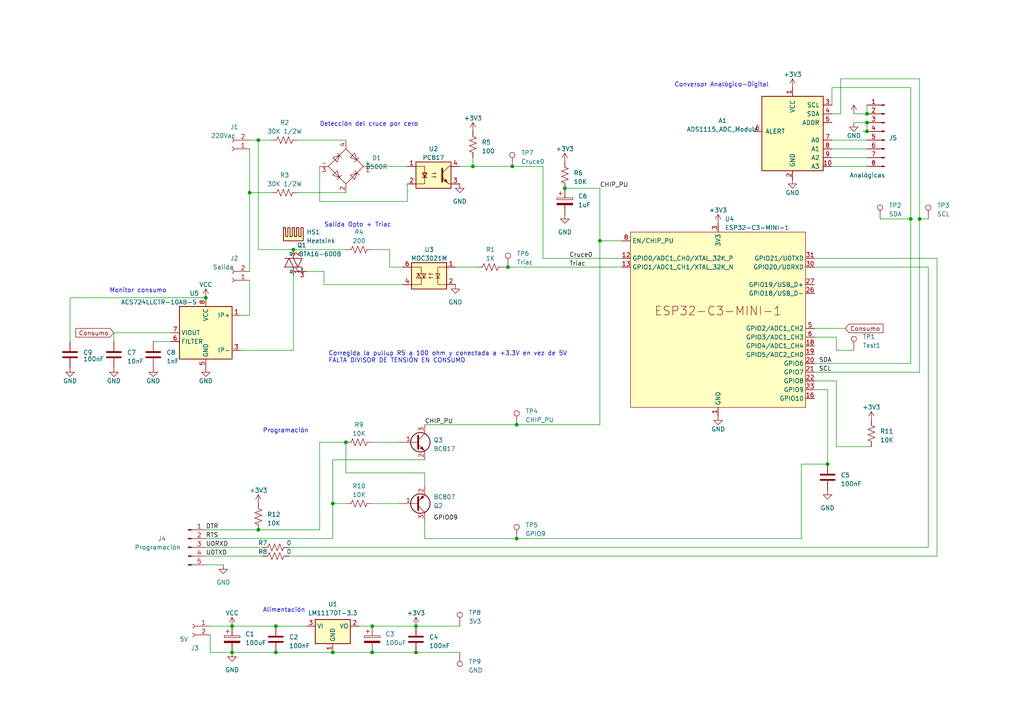
<source format=kicad_sch>
(kicad_sch (version 20230121) (generator eeschema)

  (uuid f0d5aeaf-3da4-49e9-bdac-084bef924397)

  (paper "A4")

  (lib_symbols
    (symbol "Charleslabs:ADS1115_ADC_Module" (pin_names (offset 1.016)) (in_bom yes) (on_board yes)
      (property "Reference" "A" (at -8.89 11.43 0)
        (effects (font (size 1.27 1.27)))
      )
      (property "Value" "ADS1115_ADC_Module" (at 12.7 11.43 0)
        (effects (font (size 1.27 1.27)))
      )
      (property "Footprint" "Charleslabs_Parts:ADC1115_ADC_Module" (at -8.89 10.16 0)
        (effects (font (size 1.27 1.27)) hide)
      )
      (property "Datasheet" "" (at -8.89 10.16 0)
        (effects (font (size 1.27 1.27)) hide)
      )
      (symbol "ADS1115_ADC_Module_0_1"
        (rectangle (start -8.89 10.16) (end 8.89 -11.43)
          (stroke (width 0.254) (type solid))
          (fill (type background))
        )
      )
      (symbol "ADS1115_ADC_Module_1_1"
        (pin power_in line (at 0 12.7 270) (length 2.54)
          (name "VCC" (effects (font (size 1.27 1.27))))
          (number "1" (effects (font (size 1.27 1.27))))
        )
        (pin input line (at -11.43 -10.16 0) (length 2.54)
          (name "A3" (effects (font (size 1.27 1.27))))
          (number "10" (effects (font (size 1.27 1.27))))
        )
        (pin power_in line (at 0 -13.97 90) (length 2.54)
          (name "GND" (effects (font (size 1.27 1.27))))
          (number "2" (effects (font (size 1.27 1.27))))
        )
        (pin input line (at -11.43 7.62 0) (length 2.54)
          (name "SCL" (effects (font (size 1.27 1.27))))
          (number "3" (effects (font (size 1.27 1.27))))
        )
        (pin bidirectional line (at -11.43 5.08 0) (length 2.54)
          (name "SDA" (effects (font (size 1.27 1.27))))
          (number "4" (effects (font (size 1.27 1.27))))
        )
        (pin input line (at -11.43 2.54 0) (length 2.54)
          (name "ADDR" (effects (font (size 1.27 1.27))))
          (number "5" (effects (font (size 1.27 1.27))))
        )
        (pin output line (at 11.43 0 180) (length 2.54)
          (name "ALERT" (effects (font (size 1.27 1.27))))
          (number "6" (effects (font (size 1.27 1.27))))
        )
        (pin input line (at -11.43 -2.54 0) (length 2.54)
          (name "A0" (effects (font (size 1.27 1.27))))
          (number "7" (effects (font (size 1.27 1.27))))
        )
        (pin input line (at -11.43 -5.08 0) (length 2.54)
          (name "A1" (effects (font (size 1.27 1.27))))
          (number "8" (effects (font (size 1.27 1.27))))
        )
        (pin input line (at -11.43 -7.62 0) (length 2.54)
          (name "A2" (effects (font (size 1.27 1.27))))
          (number "9" (effects (font (size 1.27 1.27))))
        )
      )
    )
    (symbol "Connector:Conn_01x02_Socket" (pin_names (offset 1.016) hide) (in_bom yes) (on_board yes)
      (property "Reference" "J" (at 0 2.54 0)
        (effects (font (size 1.27 1.27)))
      )
      (property "Value" "Conn_01x02_Socket" (at 0 -5.08 0)
        (effects (font (size 1.27 1.27)))
      )
      (property "Footprint" "" (at 0 0 0)
        (effects (font (size 1.27 1.27)) hide)
      )
      (property "Datasheet" "~" (at 0 0 0)
        (effects (font (size 1.27 1.27)) hide)
      )
      (property "ki_locked" "" (at 0 0 0)
        (effects (font (size 1.27 1.27)))
      )
      (property "ki_keywords" "connector" (at 0 0 0)
        (effects (font (size 1.27 1.27)) hide)
      )
      (property "ki_description" "Generic connector, single row, 01x02, script generated" (at 0 0 0)
        (effects (font (size 1.27 1.27)) hide)
      )
      (property "ki_fp_filters" "Connector*:*_1x??_*" (at 0 0 0)
        (effects (font (size 1.27 1.27)) hide)
      )
      (symbol "Conn_01x02_Socket_1_1"
        (arc (start 0 -2.032) (mid -0.5058 -2.54) (end 0 -3.048)
          (stroke (width 0.1524) (type default))
          (fill (type none))
        )
        (polyline
          (pts
            (xy -1.27 -2.54)
            (xy -0.508 -2.54)
          )
          (stroke (width 0.1524) (type default))
          (fill (type none))
        )
        (polyline
          (pts
            (xy -1.27 0)
            (xy -0.508 0)
          )
          (stroke (width 0.1524) (type default))
          (fill (type none))
        )
        (arc (start 0 0.508) (mid -0.5058 0) (end 0 -0.508)
          (stroke (width 0.1524) (type default))
          (fill (type none))
        )
        (pin passive line (at -5.08 0 0) (length 3.81)
          (name "Pin_1" (effects (font (size 1.27 1.27))))
          (number "1" (effects (font (size 1.27 1.27))))
        )
        (pin passive line (at -5.08 -2.54 0) (length 3.81)
          (name "Pin_2" (effects (font (size 1.27 1.27))))
          (number "2" (effects (font (size 1.27 1.27))))
        )
      )
    )
    (symbol "Connector:Conn_01x05_Pin" (pin_names (offset 1.016) hide) (in_bom yes) (on_board yes)
      (property "Reference" "J" (at 0 7.62 0)
        (effects (font (size 1.27 1.27)))
      )
      (property "Value" "Conn_01x05_Pin" (at 0 -7.62 0)
        (effects (font (size 1.27 1.27)))
      )
      (property "Footprint" "" (at 0 0 0)
        (effects (font (size 1.27 1.27)) hide)
      )
      (property "Datasheet" "~" (at 0 0 0)
        (effects (font (size 1.27 1.27)) hide)
      )
      (property "ki_locked" "" (at 0 0 0)
        (effects (font (size 1.27 1.27)))
      )
      (property "ki_keywords" "connector" (at 0 0 0)
        (effects (font (size 1.27 1.27)) hide)
      )
      (property "ki_description" "Generic connector, single row, 01x05, script generated" (at 0 0 0)
        (effects (font (size 1.27 1.27)) hide)
      )
      (property "ki_fp_filters" "Connector*:*_1x??_*" (at 0 0 0)
        (effects (font (size 1.27 1.27)) hide)
      )
      (symbol "Conn_01x05_Pin_1_1"
        (polyline
          (pts
            (xy 1.27 -5.08)
            (xy 0.8636 -5.08)
          )
          (stroke (width 0.1524) (type default))
          (fill (type none))
        )
        (polyline
          (pts
            (xy 1.27 -2.54)
            (xy 0.8636 -2.54)
          )
          (stroke (width 0.1524) (type default))
          (fill (type none))
        )
        (polyline
          (pts
            (xy 1.27 0)
            (xy 0.8636 0)
          )
          (stroke (width 0.1524) (type default))
          (fill (type none))
        )
        (polyline
          (pts
            (xy 1.27 2.54)
            (xy 0.8636 2.54)
          )
          (stroke (width 0.1524) (type default))
          (fill (type none))
        )
        (polyline
          (pts
            (xy 1.27 5.08)
            (xy 0.8636 5.08)
          )
          (stroke (width 0.1524) (type default))
          (fill (type none))
        )
        (rectangle (start 0.8636 -4.953) (end 0 -5.207)
          (stroke (width 0.1524) (type default))
          (fill (type outline))
        )
        (rectangle (start 0.8636 -2.413) (end 0 -2.667)
          (stroke (width 0.1524) (type default))
          (fill (type outline))
        )
        (rectangle (start 0.8636 0.127) (end 0 -0.127)
          (stroke (width 0.1524) (type default))
          (fill (type outline))
        )
        (rectangle (start 0.8636 2.667) (end 0 2.413)
          (stroke (width 0.1524) (type default))
          (fill (type outline))
        )
        (rectangle (start 0.8636 5.207) (end 0 4.953)
          (stroke (width 0.1524) (type default))
          (fill (type outline))
        )
        (pin passive line (at 5.08 5.08 180) (length 3.81)
          (name "Pin_1" (effects (font (size 1.27 1.27))))
          (number "1" (effects (font (size 1.27 1.27))))
        )
        (pin passive line (at 5.08 2.54 180) (length 3.81)
          (name "Pin_2" (effects (font (size 1.27 1.27))))
          (number "2" (effects (font (size 1.27 1.27))))
        )
        (pin passive line (at 5.08 0 180) (length 3.81)
          (name "Pin_3" (effects (font (size 1.27 1.27))))
          (number "3" (effects (font (size 1.27 1.27))))
        )
        (pin passive line (at 5.08 -2.54 180) (length 3.81)
          (name "Pin_4" (effects (font (size 1.27 1.27))))
          (number "4" (effects (font (size 1.27 1.27))))
        )
        (pin passive line (at 5.08 -5.08 180) (length 3.81)
          (name "Pin_5" (effects (font (size 1.27 1.27))))
          (number "5" (effects (font (size 1.27 1.27))))
        )
      )
    )
    (symbol "Connector:Conn_01x08_Pin" (pin_names (offset 1.016) hide) (in_bom yes) (on_board yes)
      (property "Reference" "J" (at 0 10.16 0)
        (effects (font (size 1.27 1.27)))
      )
      (property "Value" "Conn_01x08_Pin" (at 0 -12.7 0)
        (effects (font (size 1.27 1.27)))
      )
      (property "Footprint" "" (at 0 0 0)
        (effects (font (size 1.27 1.27)) hide)
      )
      (property "Datasheet" "~" (at 0 0 0)
        (effects (font (size 1.27 1.27)) hide)
      )
      (property "ki_locked" "" (at 0 0 0)
        (effects (font (size 1.27 1.27)))
      )
      (property "ki_keywords" "connector" (at 0 0 0)
        (effects (font (size 1.27 1.27)) hide)
      )
      (property "ki_description" "Generic connector, single row, 01x08, script generated" (at 0 0 0)
        (effects (font (size 1.27 1.27)) hide)
      )
      (property "ki_fp_filters" "Connector*:*_1x??_*" (at 0 0 0)
        (effects (font (size 1.27 1.27)) hide)
      )
      (symbol "Conn_01x08_Pin_1_1"
        (polyline
          (pts
            (xy 1.27 -10.16)
            (xy 0.8636 -10.16)
          )
          (stroke (width 0.1524) (type default))
          (fill (type none))
        )
        (polyline
          (pts
            (xy 1.27 -7.62)
            (xy 0.8636 -7.62)
          )
          (stroke (width 0.1524) (type default))
          (fill (type none))
        )
        (polyline
          (pts
            (xy 1.27 -5.08)
            (xy 0.8636 -5.08)
          )
          (stroke (width 0.1524) (type default))
          (fill (type none))
        )
        (polyline
          (pts
            (xy 1.27 -2.54)
            (xy 0.8636 -2.54)
          )
          (stroke (width 0.1524) (type default))
          (fill (type none))
        )
        (polyline
          (pts
            (xy 1.27 0)
            (xy 0.8636 0)
          )
          (stroke (width 0.1524) (type default))
          (fill (type none))
        )
        (polyline
          (pts
            (xy 1.27 2.54)
            (xy 0.8636 2.54)
          )
          (stroke (width 0.1524) (type default))
          (fill (type none))
        )
        (polyline
          (pts
            (xy 1.27 5.08)
            (xy 0.8636 5.08)
          )
          (stroke (width 0.1524) (type default))
          (fill (type none))
        )
        (polyline
          (pts
            (xy 1.27 7.62)
            (xy 0.8636 7.62)
          )
          (stroke (width 0.1524) (type default))
          (fill (type none))
        )
        (rectangle (start 0.8636 -10.033) (end 0 -10.287)
          (stroke (width 0.1524) (type default))
          (fill (type outline))
        )
        (rectangle (start 0.8636 -7.493) (end 0 -7.747)
          (stroke (width 0.1524) (type default))
          (fill (type outline))
        )
        (rectangle (start 0.8636 -4.953) (end 0 -5.207)
          (stroke (width 0.1524) (type default))
          (fill (type outline))
        )
        (rectangle (start 0.8636 -2.413) (end 0 -2.667)
          (stroke (width 0.1524) (type default))
          (fill (type outline))
        )
        (rectangle (start 0.8636 0.127) (end 0 -0.127)
          (stroke (width 0.1524) (type default))
          (fill (type outline))
        )
        (rectangle (start 0.8636 2.667) (end 0 2.413)
          (stroke (width 0.1524) (type default))
          (fill (type outline))
        )
        (rectangle (start 0.8636 5.207) (end 0 4.953)
          (stroke (width 0.1524) (type default))
          (fill (type outline))
        )
        (rectangle (start 0.8636 7.747) (end 0 7.493)
          (stroke (width 0.1524) (type default))
          (fill (type outline))
        )
        (pin passive line (at 5.08 7.62 180) (length 3.81)
          (name "Pin_1" (effects (font (size 1.27 1.27))))
          (number "1" (effects (font (size 1.27 1.27))))
        )
        (pin passive line (at 5.08 5.08 180) (length 3.81)
          (name "Pin_2" (effects (font (size 1.27 1.27))))
          (number "2" (effects (font (size 1.27 1.27))))
        )
        (pin passive line (at 5.08 2.54 180) (length 3.81)
          (name "Pin_3" (effects (font (size 1.27 1.27))))
          (number "3" (effects (font (size 1.27 1.27))))
        )
        (pin passive line (at 5.08 0 180) (length 3.81)
          (name "Pin_4" (effects (font (size 1.27 1.27))))
          (number "4" (effects (font (size 1.27 1.27))))
        )
        (pin passive line (at 5.08 -2.54 180) (length 3.81)
          (name "Pin_5" (effects (font (size 1.27 1.27))))
          (number "5" (effects (font (size 1.27 1.27))))
        )
        (pin passive line (at 5.08 -5.08 180) (length 3.81)
          (name "Pin_6" (effects (font (size 1.27 1.27))))
          (number "6" (effects (font (size 1.27 1.27))))
        )
        (pin passive line (at 5.08 -7.62 180) (length 3.81)
          (name "Pin_7" (effects (font (size 1.27 1.27))))
          (number "7" (effects (font (size 1.27 1.27))))
        )
        (pin passive line (at 5.08 -10.16 180) (length 3.81)
          (name "Pin_8" (effects (font (size 1.27 1.27))))
          (number "8" (effects (font (size 1.27 1.27))))
        )
      )
    )
    (symbol "Connector:TestPoint" (pin_numbers hide) (pin_names (offset 0.762) hide) (in_bom yes) (on_board yes)
      (property "Reference" "TP" (at 0 6.858 0)
        (effects (font (size 1.27 1.27)))
      )
      (property "Value" "TestPoint" (at 0 5.08 0)
        (effects (font (size 1.27 1.27)))
      )
      (property "Footprint" "" (at 5.08 0 0)
        (effects (font (size 1.27 1.27)) hide)
      )
      (property "Datasheet" "~" (at 5.08 0 0)
        (effects (font (size 1.27 1.27)) hide)
      )
      (property "ki_keywords" "test point tp" (at 0 0 0)
        (effects (font (size 1.27 1.27)) hide)
      )
      (property "ki_description" "test point" (at 0 0 0)
        (effects (font (size 1.27 1.27)) hide)
      )
      (property "ki_fp_filters" "Pin* Test*" (at 0 0 0)
        (effects (font (size 1.27 1.27)) hide)
      )
      (symbol "TestPoint_0_1"
        (circle (center 0 3.302) (radius 0.762)
          (stroke (width 0) (type default))
          (fill (type none))
        )
      )
      (symbol "TestPoint_1_1"
        (pin passive line (at 0 0 90) (length 2.54)
          (name "1" (effects (font (size 1.27 1.27))))
          (number "1" (effects (font (size 1.27 1.27))))
        )
      )
    )
    (symbol "Device:C" (pin_numbers hide) (pin_names (offset 0.254)) (in_bom yes) (on_board yes)
      (property "Reference" "C" (at 0.635 2.54 0)
        (effects (font (size 1.27 1.27)) (justify left))
      )
      (property "Value" "C" (at 0.635 -2.54 0)
        (effects (font (size 1.27 1.27)) (justify left))
      )
      (property "Footprint" "" (at 0.9652 -3.81 0)
        (effects (font (size 1.27 1.27)) hide)
      )
      (property "Datasheet" "~" (at 0 0 0)
        (effects (font (size 1.27 1.27)) hide)
      )
      (property "ki_keywords" "cap capacitor" (at 0 0 0)
        (effects (font (size 1.27 1.27)) hide)
      )
      (property "ki_description" "Unpolarized capacitor" (at 0 0 0)
        (effects (font (size 1.27 1.27)) hide)
      )
      (property "ki_fp_filters" "C_*" (at 0 0 0)
        (effects (font (size 1.27 1.27)) hide)
      )
      (symbol "C_0_1"
        (polyline
          (pts
            (xy -2.032 -0.762)
            (xy 2.032 -0.762)
          )
          (stroke (width 0.508) (type default))
          (fill (type none))
        )
        (polyline
          (pts
            (xy -2.032 0.762)
            (xy 2.032 0.762)
          )
          (stroke (width 0.508) (type default))
          (fill (type none))
        )
      )
      (symbol "C_1_1"
        (pin passive line (at 0 3.81 270) (length 2.794)
          (name "~" (effects (font (size 1.27 1.27))))
          (number "1" (effects (font (size 1.27 1.27))))
        )
        (pin passive line (at 0 -3.81 90) (length 2.794)
          (name "~" (effects (font (size 1.27 1.27))))
          (number "2" (effects (font (size 1.27 1.27))))
        )
      )
    )
    (symbol "Device:C_Polarized" (pin_numbers hide) (pin_names (offset 0.254)) (in_bom yes) (on_board yes)
      (property "Reference" "C" (at 0.635 2.54 0)
        (effects (font (size 1.27 1.27)) (justify left))
      )
      (property "Value" "C_Polarized" (at 0.635 -2.54 0)
        (effects (font (size 1.27 1.27)) (justify left))
      )
      (property "Footprint" "" (at 0.9652 -3.81 0)
        (effects (font (size 1.27 1.27)) hide)
      )
      (property "Datasheet" "~" (at 0 0 0)
        (effects (font (size 1.27 1.27)) hide)
      )
      (property "ki_keywords" "cap capacitor" (at 0 0 0)
        (effects (font (size 1.27 1.27)) hide)
      )
      (property "ki_description" "Polarized capacitor" (at 0 0 0)
        (effects (font (size 1.27 1.27)) hide)
      )
      (property "ki_fp_filters" "CP_*" (at 0 0 0)
        (effects (font (size 1.27 1.27)) hide)
      )
      (symbol "C_Polarized_0_1"
        (rectangle (start -2.286 0.508) (end 2.286 1.016)
          (stroke (width 0) (type default))
          (fill (type none))
        )
        (polyline
          (pts
            (xy -1.778 2.286)
            (xy -0.762 2.286)
          )
          (stroke (width 0) (type default))
          (fill (type none))
        )
        (polyline
          (pts
            (xy -1.27 2.794)
            (xy -1.27 1.778)
          )
          (stroke (width 0) (type default))
          (fill (type none))
        )
        (rectangle (start 2.286 -0.508) (end -2.286 -1.016)
          (stroke (width 0) (type default))
          (fill (type outline))
        )
      )
      (symbol "C_Polarized_1_1"
        (pin passive line (at 0 3.81 270) (length 2.794)
          (name "~" (effects (font (size 1.27 1.27))))
          (number "1" (effects (font (size 1.27 1.27))))
        )
        (pin passive line (at 0 -3.81 90) (length 2.794)
          (name "~" (effects (font (size 1.27 1.27))))
          (number "2" (effects (font (size 1.27 1.27))))
        )
      )
    )
    (symbol "Device:R_US" (pin_numbers hide) (pin_names (offset 0)) (in_bom yes) (on_board yes)
      (property "Reference" "R" (at 2.54 0 90)
        (effects (font (size 1.27 1.27)))
      )
      (property "Value" "R_US" (at -2.54 0 90)
        (effects (font (size 1.27 1.27)))
      )
      (property "Footprint" "" (at 1.016 -0.254 90)
        (effects (font (size 1.27 1.27)) hide)
      )
      (property "Datasheet" "~" (at 0 0 0)
        (effects (font (size 1.27 1.27)) hide)
      )
      (property "ki_keywords" "R res resistor" (at 0 0 0)
        (effects (font (size 1.27 1.27)) hide)
      )
      (property "ki_description" "Resistor, US symbol" (at 0 0 0)
        (effects (font (size 1.27 1.27)) hide)
      )
      (property "ki_fp_filters" "R_*" (at 0 0 0)
        (effects (font (size 1.27 1.27)) hide)
      )
      (symbol "R_US_0_1"
        (polyline
          (pts
            (xy 0 -2.286)
            (xy 0 -2.54)
          )
          (stroke (width 0) (type default))
          (fill (type none))
        )
        (polyline
          (pts
            (xy 0 2.286)
            (xy 0 2.54)
          )
          (stroke (width 0) (type default))
          (fill (type none))
        )
        (polyline
          (pts
            (xy 0 -0.762)
            (xy 1.016 -1.143)
            (xy 0 -1.524)
            (xy -1.016 -1.905)
            (xy 0 -2.286)
          )
          (stroke (width 0) (type default))
          (fill (type none))
        )
        (polyline
          (pts
            (xy 0 0.762)
            (xy 1.016 0.381)
            (xy 0 0)
            (xy -1.016 -0.381)
            (xy 0 -0.762)
          )
          (stroke (width 0) (type default))
          (fill (type none))
        )
        (polyline
          (pts
            (xy 0 2.286)
            (xy 1.016 1.905)
            (xy 0 1.524)
            (xy -1.016 1.143)
            (xy 0 0.762)
          )
          (stroke (width 0) (type default))
          (fill (type none))
        )
      )
      (symbol "R_US_1_1"
        (pin passive line (at 0 3.81 270) (length 1.27)
          (name "~" (effects (font (size 1.27 1.27))))
          (number "1" (effects (font (size 1.27 1.27))))
        )
        (pin passive line (at 0 -3.81 90) (length 1.27)
          (name "~" (effects (font (size 1.27 1.27))))
          (number "2" (effects (font (size 1.27 1.27))))
        )
      )
    )
    (symbol "Diode_Bridge:B500R" (pin_names (offset 0)) (in_bom yes) (on_board yes)
      (property "Reference" "D" (at 2.54 6.985 0)
        (effects (font (size 1.27 1.27)) (justify left))
      )
      (property "Value" "B500R" (at 2.54 5.08 0)
        (effects (font (size 1.27 1.27)) (justify left))
      )
      (property "Footprint" "Diode_THT:Diode_Bridge_Round_D9.0mm" (at 3.81 3.175 0)
        (effects (font (size 1.27 1.27)) (justify left) hide)
      )
      (property "Datasheet" "https://diotec.com/tl_files/diotec/files/pdf/datasheets/b40r.pdf" (at 0 0 0)
        (effects (font (size 1.27 1.27)) hide)
      )
      (property "ki_keywords" "rectifier acdc" (at 0 0 0)
        (effects (font (size 1.27 1.27)) hide)
      )
      (property "ki_description" "Single-Phase Bridge Rectifier, 500V Vrms, 1.6A If, WOG-like package" (at 0 0 0)
        (effects (font (size 1.27 1.27)) hide)
      )
      (property "ki_fp_filters" "D*Bridge*Round*D9.0mm*" (at 0 0 0)
        (effects (font (size 1.27 1.27)) hide)
      )
      (symbol "B500R_0_1"
        (polyline
          (pts
            (xy -2.54 3.81)
            (xy -1.27 2.54)
          )
          (stroke (width 0) (type default))
          (fill (type none))
        )
        (polyline
          (pts
            (xy -1.27 -2.54)
            (xy -2.54 -3.81)
          )
          (stroke (width 0) (type default))
          (fill (type none))
        )
        (polyline
          (pts
            (xy 2.54 -1.27)
            (xy 3.81 -2.54)
          )
          (stroke (width 0) (type default))
          (fill (type none))
        )
        (polyline
          (pts
            (xy 2.54 1.27)
            (xy 3.81 2.54)
          )
          (stroke (width 0) (type default))
          (fill (type none))
        )
        (polyline
          (pts
            (xy -3.81 2.54)
            (xy -2.54 1.27)
            (xy -1.905 3.175)
            (xy -3.81 2.54)
          )
          (stroke (width 0) (type default))
          (fill (type none))
        )
        (polyline
          (pts
            (xy -2.54 -1.27)
            (xy -3.81 -2.54)
            (xy -1.905 -3.175)
            (xy -2.54 -1.27)
          )
          (stroke (width 0) (type default))
          (fill (type none))
        )
        (polyline
          (pts
            (xy 1.27 2.54)
            (xy 2.54 3.81)
            (xy 3.175 1.905)
            (xy 1.27 2.54)
          )
          (stroke (width 0) (type default))
          (fill (type none))
        )
        (polyline
          (pts
            (xy 3.175 -1.905)
            (xy 1.27 -2.54)
            (xy 2.54 -3.81)
            (xy 3.175 -1.905)
          )
          (stroke (width 0) (type default))
          (fill (type none))
        )
        (polyline
          (pts
            (xy -5.08 0)
            (xy 0 -5.08)
            (xy 5.08 0)
            (xy 0 5.08)
            (xy -5.08 0)
          )
          (stroke (width 0) (type default))
          (fill (type none))
        )
      )
      (symbol "B500R_1_1"
        (pin passive line (at 7.62 0 180) (length 2.54)
          (name "+" (effects (font (size 1.27 1.27))))
          (number "1" (effects (font (size 1.27 1.27))))
        )
        (pin passive line (at 0 -7.62 90) (length 2.54)
          (name "~" (effects (font (size 1.27 1.27))))
          (number "2" (effects (font (size 1.27 1.27))))
        )
        (pin passive line (at -7.62 0 0) (length 2.54)
          (name "-" (effects (font (size 1.27 1.27))))
          (number "3" (effects (font (size 1.27 1.27))))
        )
        (pin passive line (at 0 7.62 270) (length 2.54)
          (name "~" (effects (font (size 1.27 1.27))))
          (number "4" (effects (font (size 1.27 1.27))))
        )
      )
    )
    (symbol "Isolator:PC817" (pin_names (offset 1.016)) (in_bom yes) (on_board yes)
      (property "Reference" "U" (at -5.08 5.08 0)
        (effects (font (size 1.27 1.27)) (justify left))
      )
      (property "Value" "PC817" (at 0 5.08 0)
        (effects (font (size 1.27 1.27)) (justify left))
      )
      (property "Footprint" "Package_DIP:DIP-4_W7.62mm" (at -5.08 -5.08 0)
        (effects (font (size 1.27 1.27) italic) (justify left) hide)
      )
      (property "Datasheet" "http://www.soselectronic.cz/a_info/resource/d/pc817.pdf" (at 0 0 0)
        (effects (font (size 1.27 1.27)) (justify left) hide)
      )
      (property "ki_keywords" "NPN DC Optocoupler" (at 0 0 0)
        (effects (font (size 1.27 1.27)) hide)
      )
      (property "ki_description" "DC Optocoupler, Vce 35V, CTR 50-300%, DIP-4" (at 0 0 0)
        (effects (font (size 1.27 1.27)) hide)
      )
      (property "ki_fp_filters" "DIP*W7.62mm*" (at 0 0 0)
        (effects (font (size 1.27 1.27)) hide)
      )
      (symbol "PC817_0_1"
        (rectangle (start -5.08 3.81) (end 5.08 -3.81)
          (stroke (width 0.254) (type default))
          (fill (type background))
        )
        (polyline
          (pts
            (xy -3.175 -0.635)
            (xy -1.905 -0.635)
          )
          (stroke (width 0.254) (type default))
          (fill (type none))
        )
        (polyline
          (pts
            (xy 2.54 0.635)
            (xy 4.445 2.54)
          )
          (stroke (width 0) (type default))
          (fill (type none))
        )
        (polyline
          (pts
            (xy 4.445 -2.54)
            (xy 2.54 -0.635)
          )
          (stroke (width 0) (type default))
          (fill (type outline))
        )
        (polyline
          (pts
            (xy 4.445 -2.54)
            (xy 5.08 -2.54)
          )
          (stroke (width 0) (type default))
          (fill (type none))
        )
        (polyline
          (pts
            (xy 4.445 2.54)
            (xy 5.08 2.54)
          )
          (stroke (width 0) (type default))
          (fill (type none))
        )
        (polyline
          (pts
            (xy -5.08 2.54)
            (xy -2.54 2.54)
            (xy -2.54 -0.635)
          )
          (stroke (width 0) (type default))
          (fill (type none))
        )
        (polyline
          (pts
            (xy -2.54 -0.635)
            (xy -2.54 -2.54)
            (xy -5.08 -2.54)
          )
          (stroke (width 0) (type default))
          (fill (type none))
        )
        (polyline
          (pts
            (xy 2.54 1.905)
            (xy 2.54 -1.905)
            (xy 2.54 -1.905)
          )
          (stroke (width 0.508) (type default))
          (fill (type none))
        )
        (polyline
          (pts
            (xy -2.54 -0.635)
            (xy -3.175 0.635)
            (xy -1.905 0.635)
            (xy -2.54 -0.635)
          )
          (stroke (width 0.254) (type default))
          (fill (type none))
        )
        (polyline
          (pts
            (xy -0.508 -0.508)
            (xy 0.762 -0.508)
            (xy 0.381 -0.635)
            (xy 0.381 -0.381)
            (xy 0.762 -0.508)
          )
          (stroke (width 0) (type default))
          (fill (type none))
        )
        (polyline
          (pts
            (xy -0.508 0.508)
            (xy 0.762 0.508)
            (xy 0.381 0.381)
            (xy 0.381 0.635)
            (xy 0.762 0.508)
          )
          (stroke (width 0) (type default))
          (fill (type none))
        )
        (polyline
          (pts
            (xy 3.048 -1.651)
            (xy 3.556 -1.143)
            (xy 4.064 -2.159)
            (xy 3.048 -1.651)
            (xy 3.048 -1.651)
          )
          (stroke (width 0) (type default))
          (fill (type outline))
        )
      )
      (symbol "PC817_1_1"
        (pin passive line (at -7.62 2.54 0) (length 2.54)
          (name "~" (effects (font (size 1.27 1.27))))
          (number "1" (effects (font (size 1.27 1.27))))
        )
        (pin passive line (at -7.62 -2.54 0) (length 2.54)
          (name "~" (effects (font (size 1.27 1.27))))
          (number "2" (effects (font (size 1.27 1.27))))
        )
        (pin passive line (at 7.62 -2.54 180) (length 2.54)
          (name "~" (effects (font (size 1.27 1.27))))
          (number "3" (effects (font (size 1.27 1.27))))
        )
        (pin passive line (at 7.62 2.54 180) (length 2.54)
          (name "~" (effects (font (size 1.27 1.27))))
          (number "4" (effects (font (size 1.27 1.27))))
        )
      )
    )
    (symbol "Mechanical:Heatsink" (pin_names (offset 1.016)) (in_bom yes) (on_board yes)
      (property "Reference" "HS" (at 0 5.08 0)
        (effects (font (size 1.27 1.27)))
      )
      (property "Value" "Heatsink" (at 0 -1.27 0)
        (effects (font (size 1.27 1.27)))
      )
      (property "Footprint" "" (at 0.3048 0 0)
        (effects (font (size 1.27 1.27)) hide)
      )
      (property "Datasheet" "~" (at 0.3048 0 0)
        (effects (font (size 1.27 1.27)) hide)
      )
      (property "ki_keywords" "thermal heat temperature" (at 0 0 0)
        (effects (font (size 1.27 1.27)) hide)
      )
      (property "ki_description" "Heatsink" (at 0 0 0)
        (effects (font (size 1.27 1.27)) hide)
      )
      (property "ki_fp_filters" "Heatsink_*" (at 0 0 0)
        (effects (font (size 1.27 1.27)) hide)
      )
      (symbol "Heatsink_0_1"
        (polyline
          (pts
            (xy -0.3302 1.27)
            (xy -0.9652 1.27)
            (xy -0.9652 3.81)
            (xy -1.6002 3.81)
            (xy -1.6002 1.27)
            (xy -2.2352 1.27)
            (xy -2.2352 3.81)
            (xy -2.8702 3.81)
            (xy -2.8702 0)
            (xy -0.9652 0)
          )
          (stroke (width 0.254) (type default))
          (fill (type background))
        )
        (polyline
          (pts
            (xy -0.3302 1.27)
            (xy -0.3302 3.81)
            (xy 0.3048 3.81)
            (xy 0.3048 1.27)
            (xy 0.9398 1.27)
            (xy 0.9398 3.81)
            (xy 1.5748 3.81)
            (xy 1.5748 1.27)
            (xy 2.2098 1.27)
            (xy 2.2098 3.81)
            (xy 2.8448 3.81)
            (xy 2.8448 0)
            (xy -0.9652 0)
          )
          (stroke (width 0.254) (type default))
          (fill (type background))
        )
      )
    )
    (symbol "PCM_Espressif:ESP32-C3-MINI-1" (in_bom yes) (on_board yes)
      (property "Reference" "U" (at -25.4 30.48 0)
        (effects (font (size 1.27 1.27)) (justify left))
      )
      (property "Value" "ESP32-C3-MINI-1" (at -25.4 27.94 0)
        (effects (font (size 1.27 1.27)) (justify left))
      )
      (property "Footprint" "PCM_Espressif:ESP32-C3-MINI-1" (at 0 -35.56 0)
        (effects (font (size 1.27 1.27)) hide)
      )
      (property "Datasheet" "https://www.espressif.com/sites/default/files/documentation/esp32-c3-mini-1_datasheet_en.pdf" (at 0 -38.1 0)
        (effects (font (size 1.27 1.27)) hide)
      )
      (property "ki_keywords" "esp32-c3" (at 0 0 0)
        (effects (font (size 1.27 1.27)) hide)
      )
      (property "ki_description" "ESP32-C3-MINI-1 family is an ultra-low-power MCU-based SoC solution that supports 2.4 GHz Wi-Fi and Bluetooth®Low Energy (Bluetooth LE)." (at 0 0 0)
        (effects (font (size 1.27 1.27)) hide)
      )
      (symbol "ESP32-C3-MINI-1_0_0"
        (text "ESP32-C3-MINI-1" (at 0 2.54 0)
          (effects (font (size 2.54 2.54)))
        )
      )
      (symbol "ESP32-C3-MINI-1_0_1"
        (rectangle (start -25.4 25.4) (end 25.4 -25.4)
          (stroke (width 0) (type default))
          (fill (type background))
        )
      )
      (symbol "ESP32-C3-MINI-1_1_1"
        (pin power_in line (at 0 -27.94 90) (length 2.54)
          (name "GND" (effects (font (size 1.27 1.27))))
          (number "1" (effects (font (size 1.27 1.27))))
        )
        (pin no_connect line (at -25.4 2.54 0) (length 2.54) hide
          (name "NC" (effects (font (size 1.27 1.27))))
          (number "10" (effects (font (size 1.27 1.27))))
        )
        (pin passive line (at 0 -27.94 90) (length 2.54) hide
          (name "GND" (effects (font (size 1.27 1.27))))
          (number "11" (effects (font (size 1.27 1.27))))
        )
        (pin bidirectional line (at -27.94 17.78 0) (length 2.54)
          (name "GPIO0/ADC1_CH0/XTAL_32K_P" (effects (font (size 1.27 1.27))))
          (number "12" (effects (font (size 1.27 1.27))))
        )
        (pin bidirectional line (at -27.94 15.24 0) (length 2.54)
          (name "GPIO1/ADC1_CH1/XTAL_32K_N" (effects (font (size 1.27 1.27))))
          (number "13" (effects (font (size 1.27 1.27))))
        )
        (pin passive line (at 0 -27.94 90) (length 2.54) hide
          (name "GND" (effects (font (size 1.27 1.27))))
          (number "14" (effects (font (size 1.27 1.27))))
        )
        (pin no_connect line (at -25.4 0 0) (length 2.54) hide
          (name "NC" (effects (font (size 1.27 1.27))))
          (number "15" (effects (font (size 1.27 1.27))))
        )
        (pin bidirectional line (at 27.94 -22.86 180) (length 2.54)
          (name "GPIO10" (effects (font (size 1.27 1.27))))
          (number "16" (effects (font (size 1.27 1.27))))
        )
        (pin no_connect line (at -25.4 -2.54 0) (length 2.54) hide
          (name "NC" (effects (font (size 1.27 1.27))))
          (number "17" (effects (font (size 1.27 1.27))))
        )
        (pin bidirectional line (at 27.94 -7.62 180) (length 2.54)
          (name "GPIO4/ADC1_CH4" (effects (font (size 1.27 1.27))))
          (number "18" (effects (font (size 1.27 1.27))))
        )
        (pin bidirectional line (at 27.94 -10.16 180) (length 2.54)
          (name "GPIO5/ADC2_CH0" (effects (font (size 1.27 1.27))))
          (number "19" (effects (font (size 1.27 1.27))))
        )
        (pin passive line (at 0 -27.94 90) (length 2.54) hide
          (name "GND" (effects (font (size 1.27 1.27))))
          (number "2" (effects (font (size 1.27 1.27))))
        )
        (pin bidirectional line (at 27.94 -12.7 180) (length 2.54)
          (name "GPIO6" (effects (font (size 1.27 1.27))))
          (number "20" (effects (font (size 1.27 1.27))))
        )
        (pin bidirectional line (at 27.94 -15.24 180) (length 2.54)
          (name "GPIO7" (effects (font (size 1.27 1.27))))
          (number "21" (effects (font (size 1.27 1.27))))
        )
        (pin bidirectional line (at 27.94 -17.78 180) (length 2.54)
          (name "GPIO8" (effects (font (size 1.27 1.27))))
          (number "22" (effects (font (size 1.27 1.27))))
        )
        (pin bidirectional line (at 27.94 -20.32 180) (length 2.54)
          (name "GPIO9" (effects (font (size 1.27 1.27))))
          (number "23" (effects (font (size 1.27 1.27))))
        )
        (pin no_connect line (at -25.4 -5.08 0) (length 2.54) hide
          (name "NC" (effects (font (size 1.27 1.27))))
          (number "24" (effects (font (size 1.27 1.27))))
        )
        (pin no_connect line (at -25.4 -7.62 0) (length 2.54) hide
          (name "NC" (effects (font (size 1.27 1.27))))
          (number "25" (effects (font (size 1.27 1.27))))
        )
        (pin bidirectional line (at 27.94 7.62 180) (length 2.54)
          (name "GPIO18/USB_D-" (effects (font (size 1.27 1.27))))
          (number "26" (effects (font (size 1.27 1.27))))
        )
        (pin bidirectional line (at 27.94 10.16 180) (length 2.54)
          (name "GPIO19/USB_D+" (effects (font (size 1.27 1.27))))
          (number "27" (effects (font (size 1.27 1.27))))
        )
        (pin no_connect line (at -25.4 -10.16 0) (length 2.54) hide
          (name "NC" (effects (font (size 1.27 1.27))))
          (number "28" (effects (font (size 1.27 1.27))))
        )
        (pin no_connect line (at -25.4 -12.7 0) (length 2.54) hide
          (name "NC" (effects (font (size 1.27 1.27))))
          (number "29" (effects (font (size 1.27 1.27))))
        )
        (pin power_in line (at 0 27.94 270) (length 2.54)
          (name "3V3" (effects (font (size 1.27 1.27))))
          (number "3" (effects (font (size 1.27 1.27))))
        )
        (pin bidirectional line (at 27.94 15.24 180) (length 2.54)
          (name "GPIO20/U0RXD" (effects (font (size 1.27 1.27))))
          (number "30" (effects (font (size 1.27 1.27))))
        )
        (pin bidirectional line (at 27.94 17.78 180) (length 2.54)
          (name "GPIO21/U0TXD" (effects (font (size 1.27 1.27))))
          (number "31" (effects (font (size 1.27 1.27))))
        )
        (pin no_connect line (at -25.4 -15.24 0) (length 2.54) hide
          (name "NC" (effects (font (size 1.27 1.27))))
          (number "32" (effects (font (size 1.27 1.27))))
        )
        (pin no_connect line (at -25.4 -17.78 0) (length 2.54) hide
          (name "NC" (effects (font (size 1.27 1.27))))
          (number "33" (effects (font (size 1.27 1.27))))
        )
        (pin no_connect line (at -25.4 -20.32 0) (length 2.54) hide
          (name "NC" (effects (font (size 1.27 1.27))))
          (number "34" (effects (font (size 1.27 1.27))))
        )
        (pin no_connect line (at -25.4 -22.86 0) (length 2.54) hide
          (name "NC" (effects (font (size 1.27 1.27))))
          (number "35" (effects (font (size 1.27 1.27))))
        )
        (pin passive line (at 0 -27.94 90) (length 2.54) hide
          (name "GND" (effects (font (size 1.27 1.27))))
          (number "36" (effects (font (size 1.27 1.27))))
        )
        (pin passive line (at 0 -27.94 90) (length 2.54) hide
          (name "GND" (effects (font (size 1.27 1.27))))
          (number "37" (effects (font (size 1.27 1.27))))
        )
        (pin passive line (at 0 -27.94 90) (length 2.54) hide
          (name "GND" (effects (font (size 1.27 1.27))))
          (number "38" (effects (font (size 1.27 1.27))))
        )
        (pin passive line (at 0 -27.94 90) (length 2.54) hide
          (name "GND" (effects (font (size 1.27 1.27))))
          (number "39" (effects (font (size 1.27 1.27))))
        )
        (pin no_connect line (at -25.4 10.16 0) (length 2.54) hide
          (name "NC" (effects (font (size 1.27 1.27))))
          (number "4" (effects (font (size 1.27 1.27))))
        )
        (pin passive line (at 0 -27.94 90) (length 2.54) hide
          (name "GND" (effects (font (size 1.27 1.27))))
          (number "40" (effects (font (size 1.27 1.27))))
        )
        (pin passive line (at 0 -27.94 90) (length 2.54) hide
          (name "GND" (effects (font (size 1.27 1.27))))
          (number "41" (effects (font (size 1.27 1.27))))
        )
        (pin passive line (at 0 -27.94 90) (length 2.54) hide
          (name "GND" (effects (font (size 1.27 1.27))))
          (number "42" (effects (font (size 1.27 1.27))))
        )
        (pin passive line (at 0 -27.94 90) (length 2.54) hide
          (name "GND" (effects (font (size 1.27 1.27))))
          (number "43" (effects (font (size 1.27 1.27))))
        )
        (pin passive line (at 0 -27.94 90) (length 2.54) hide
          (name "GND" (effects (font (size 1.27 1.27))))
          (number "44" (effects (font (size 1.27 1.27))))
        )
        (pin passive line (at 0 -27.94 90) (length 2.54) hide
          (name "GND" (effects (font (size 1.27 1.27))))
          (number "45" (effects (font (size 1.27 1.27))))
        )
        (pin passive line (at 0 -27.94 90) (length 2.54) hide
          (name "GND" (effects (font (size 1.27 1.27))))
          (number "46" (effects (font (size 1.27 1.27))))
        )
        (pin passive line (at 0 -27.94 90) (length 2.54) hide
          (name "GND" (effects (font (size 1.27 1.27))))
          (number "47" (effects (font (size 1.27 1.27))))
        )
        (pin passive line (at 0 -27.94 90) (length 2.54) hide
          (name "GND" (effects (font (size 1.27 1.27))))
          (number "48" (effects (font (size 1.27 1.27))))
        )
        (pin passive line (at 0 -27.94 90) (length 2.54) hide
          (name "GND" (effects (font (size 1.27 1.27))))
          (number "49" (effects (font (size 1.27 1.27))))
        )
        (pin bidirectional line (at 27.94 -2.54 180) (length 2.54)
          (name "GPIO2/ADC1_CH2" (effects (font (size 1.27 1.27))))
          (number "5" (effects (font (size 1.27 1.27))))
        )
        (pin passive line (at 0 -27.94 90) (length 2.54) hide
          (name "GND" (effects (font (size 1.27 1.27))))
          (number "50" (effects (font (size 1.27 1.27))))
        )
        (pin passive line (at 0 -27.94 90) (length 2.54) hide
          (name "GND" (effects (font (size 1.27 1.27))))
          (number "51" (effects (font (size 1.27 1.27))))
        )
        (pin passive line (at 0 -27.94 90) (length 2.54) hide
          (name "GND" (effects (font (size 1.27 1.27))))
          (number "52" (effects (font (size 1.27 1.27))))
        )
        (pin passive line (at 0 -27.94 90) (length 2.54) hide
          (name "GND" (effects (font (size 1.27 1.27))))
          (number "53" (effects (font (size 1.27 1.27))))
        )
        (pin bidirectional line (at 27.94 -5.08 180) (length 2.54)
          (name "GPIO3/ADC1_CH3" (effects (font (size 1.27 1.27))))
          (number "6" (effects (font (size 1.27 1.27))))
        )
        (pin no_connect line (at -25.4 7.62 0) (length 2.54) hide
          (name "NC" (effects (font (size 1.27 1.27))))
          (number "7" (effects (font (size 1.27 1.27))))
        )
        (pin input line (at -27.94 22.86 0) (length 2.54)
          (name "EN/CHIP_PU" (effects (font (size 1.27 1.27))))
          (number "8" (effects (font (size 1.27 1.27))))
        )
        (pin no_connect line (at -25.4 5.08 0) (length 2.54) hide
          (name "NC" (effects (font (size 1.27 1.27))))
          (number "9" (effects (font (size 1.27 1.27))))
        )
      )
    )
    (symbol "Regulator_Linear:LM1117DT-3.3" (in_bom yes) (on_board yes)
      (property "Reference" "U" (at -3.81 3.175 0)
        (effects (font (size 1.27 1.27)))
      )
      (property "Value" "LM1117DT-3.3" (at 0 3.175 0)
        (effects (font (size 1.27 1.27)) (justify left))
      )
      (property "Footprint" "Package_TO_SOT_SMD:TO-252-3_TabPin2" (at 0 0 0)
        (effects (font (size 1.27 1.27)) hide)
      )
      (property "Datasheet" "http://www.ti.com/lit/ds/symlink/lm1117.pdf" (at 0 0 0)
        (effects (font (size 1.27 1.27)) hide)
      )
      (property "ki_keywords" "linear regulator ldo fixed positive" (at 0 0 0)
        (effects (font (size 1.27 1.27)) hide)
      )
      (property "ki_description" "800mA Low-Dropout Linear Regulator, 3.3V fixed output, TO-252" (at 0 0 0)
        (effects (font (size 1.27 1.27)) hide)
      )
      (property "ki_fp_filters" "TO?252*" (at 0 0 0)
        (effects (font (size 1.27 1.27)) hide)
      )
      (symbol "LM1117DT-3.3_0_1"
        (rectangle (start -5.08 -5.08) (end 5.08 1.905)
          (stroke (width 0.254) (type default))
          (fill (type background))
        )
      )
      (symbol "LM1117DT-3.3_1_1"
        (pin power_in line (at 0 -7.62 90) (length 2.54)
          (name "GND" (effects (font (size 1.27 1.27))))
          (number "1" (effects (font (size 1.27 1.27))))
        )
        (pin power_out line (at 7.62 0 180) (length 2.54)
          (name "VO" (effects (font (size 1.27 1.27))))
          (number "2" (effects (font (size 1.27 1.27))))
        )
        (pin power_in line (at -7.62 0 0) (length 2.54)
          (name "VI" (effects (font (size 1.27 1.27))))
          (number "3" (effects (font (size 1.27 1.27))))
        )
      )
    )
    (symbol "Relay_SolidState:MOC3021M" (in_bom yes) (on_board yes)
      (property "Reference" "U" (at -5.334 4.826 0)
        (effects (font (size 1.27 1.27)) (justify left))
      )
      (property "Value" "MOC3021M" (at 0 5.08 0)
        (effects (font (size 1.27 1.27)) (justify left))
      )
      (property "Footprint" "" (at -5.08 -5.08 0)
        (effects (font (size 1.27 1.27) italic) (justify left) hide)
      )
      (property "Datasheet" "https://www.onsemi.com/pub/Collateral/MOC3023M-D.PDF" (at 0 0 0)
        (effects (font (size 1.27 1.27)) (justify left) hide)
      )
      (property "ki_keywords" "Opto-Triac Opto Triac Random Phase" (at 0 0 0)
        (effects (font (size 1.27 1.27)) hide)
      )
      (property "ki_description" "Random Phase Opto-Triac, Vdrm 400V, Ift 15mA, DIP6" (at 0 0 0)
        (effects (font (size 1.27 1.27)) hide)
      )
      (property "ki_fp_filters" "DIP*W7.62mm* SMDIP*W9.53mm* DIP*W10.16mm*" (at 0 0 0)
        (effects (font (size 1.27 1.27)) hide)
      )
      (symbol "MOC3021M_0_1"
        (rectangle (start -5.08 3.81) (end 5.08 -3.81)
          (stroke (width 0.254) (type default))
          (fill (type background))
        )
        (polyline
          (pts
            (xy -3.175 -0.635)
            (xy -1.905 -0.635)
          )
          (stroke (width 0) (type default))
          (fill (type none))
        )
        (polyline
          (pts
            (xy 1.524 -0.635)
            (xy 1.524 0.635)
          )
          (stroke (width 0) (type default))
          (fill (type none))
        )
        (polyline
          (pts
            (xy 3.048 0.635)
            (xy 3.048 -0.635)
          )
          (stroke (width 0) (type default))
          (fill (type none))
        )
        (polyline
          (pts
            (xy 2.286 -0.635)
            (xy 2.286 -2.54)
            (xy 5.08 -2.54)
          )
          (stroke (width 0) (type default))
          (fill (type none))
        )
        (polyline
          (pts
            (xy 2.286 0.635)
            (xy 2.286 2.54)
            (xy 5.08 2.54)
          )
          (stroke (width 0) (type default))
          (fill (type none))
        )
        (polyline
          (pts
            (xy -5.08 2.54)
            (xy -2.54 2.54)
            (xy -2.54 -2.54)
            (xy -5.08 -2.54)
          )
          (stroke (width 0) (type default))
          (fill (type none))
        )
        (polyline
          (pts
            (xy -2.54 -0.635)
            (xy -3.175 0.635)
            (xy -1.905 0.635)
            (xy -2.54 -0.635)
          )
          (stroke (width 0) (type default))
          (fill (type none))
        )
        (polyline
          (pts
            (xy 0.889 -0.635)
            (xy 3.683 -0.635)
            (xy 3.048 0.635)
            (xy 2.413 -0.635)
          )
          (stroke (width 0) (type default))
          (fill (type none))
        )
        (polyline
          (pts
            (xy 3.683 0.635)
            (xy 0.889 0.635)
            (xy 1.524 -0.635)
            (xy 2.159 0.635)
          )
          (stroke (width 0) (type default))
          (fill (type none))
        )
        (polyline
          (pts
            (xy -1.143 -0.508)
            (xy 0.127 -0.508)
            (xy -0.254 -0.635)
            (xy -0.254 -0.381)
            (xy 0.127 -0.508)
          )
          (stroke (width 0) (type default))
          (fill (type none))
        )
        (polyline
          (pts
            (xy -1.143 0.508)
            (xy 0.127 0.508)
            (xy -0.254 0.381)
            (xy -0.254 0.635)
            (xy 0.127 0.508)
          )
          (stroke (width 0) (type default))
          (fill (type none))
        )
      )
      (symbol "MOC3021M_1_1"
        (pin passive line (at -7.62 2.54 0) (length 2.54)
          (name "~" (effects (font (size 1.27 1.27))))
          (number "1" (effects (font (size 1.27 1.27))))
        )
        (pin passive line (at -7.62 -2.54 0) (length 2.54)
          (name "~" (effects (font (size 1.27 1.27))))
          (number "2" (effects (font (size 1.27 1.27))))
        )
        (pin no_connect line (at -5.08 0 0) (length 2.54) hide
          (name "NC" (effects (font (size 1.27 1.27))))
          (number "3" (effects (font (size 1.27 1.27))))
        )
        (pin passive line (at 7.62 -2.54 180) (length 2.54)
          (name "~" (effects (font (size 1.27 1.27))))
          (number "4" (effects (font (size 1.27 1.27))))
        )
        (pin no_connect line (at 5.08 0 180) (length 2.54) hide
          (name "NC" (effects (font (size 1.27 1.27))))
          (number "5" (effects (font (size 1.27 1.27))))
        )
        (pin passive line (at 7.62 2.54 180) (length 2.54)
          (name "~" (effects (font (size 1.27 1.27))))
          (number "6" (effects (font (size 1.27 1.27))))
        )
      )
    )
    (symbol "Sensor_Current:ACS724xLCTR-20AU" (in_bom yes) (on_board yes)
      (property "Reference" "U" (at 2.54 11.43 0)
        (effects (font (size 1.27 1.27)) (justify left))
      )
      (property "Value" "ACS724xLCTR-20AU" (at 2.54 8.89 0)
        (effects (font (size 1.27 1.27)) (justify left))
      )
      (property "Footprint" "Package_SO:SOIC-8_3.9x4.9mm_P1.27mm" (at 2.54 -8.89 0)
        (effects (font (size 1.27 1.27) italic) (justify left) hide)
      )
      (property "Datasheet" "http://www.allegromicro.com/~/media/Files/Datasheets/ACS724-Datasheet.ashx?la=en" (at 0 0 0)
        (effects (font (size 1.27 1.27)) hide)
      )
      (property "ki_keywords" "hall effect current monitor sensor isolated" (at 0 0 0)
        (effects (font (size 1.27 1.27)) hide)
      )
      (property "ki_description" "20A Unidirectional Hall-Effect Current Sensor, +5.0V supply, 200mV/A, SOIC-8" (at 0 0 0)
        (effects (font (size 1.27 1.27)) hide)
      )
      (property "ki_fp_filters" "SOIC*3.9x4.9m*P1.27mm*" (at 0 0 0)
        (effects (font (size 1.27 1.27)) hide)
      )
      (symbol "ACS724xLCTR-20AU_0_1"
        (rectangle (start -7.62 7.62) (end 7.62 -7.62)
          (stroke (width 0.254) (type default))
          (fill (type background))
        )
      )
      (symbol "ACS724xLCTR-20AU_1_1"
        (pin passive line (at -10.16 5.08 0) (length 2.54)
          (name "IP+" (effects (font (size 1.27 1.27))))
          (number "1" (effects (font (size 1.27 1.27))))
        )
        (pin passive line (at -10.16 5.08 0) (length 2.54) hide
          (name "IP+" (effects (font (size 1.27 1.27))))
          (number "2" (effects (font (size 1.27 1.27))))
        )
        (pin passive line (at -10.16 -5.08 0) (length 2.54)
          (name "IP-" (effects (font (size 1.27 1.27))))
          (number "3" (effects (font (size 1.27 1.27))))
        )
        (pin passive line (at -10.16 -5.08 0) (length 2.54) hide
          (name "IP-" (effects (font (size 1.27 1.27))))
          (number "4" (effects (font (size 1.27 1.27))))
        )
        (pin power_in line (at 0 -10.16 90) (length 2.54)
          (name "GND" (effects (font (size 1.27 1.27))))
          (number "5" (effects (font (size 1.27 1.27))))
        )
        (pin passive line (at 10.16 -2.54 180) (length 2.54)
          (name "FILTER" (effects (font (size 1.27 1.27))))
          (number "6" (effects (font (size 1.27 1.27))))
        )
        (pin output line (at 10.16 0 180) (length 2.54)
          (name "VIOUT" (effects (font (size 1.27 1.27))))
          (number "7" (effects (font (size 1.27 1.27))))
        )
        (pin power_in line (at 0 10.16 270) (length 2.54)
          (name "VCC" (effects (font (size 1.27 1.27))))
          (number "8" (effects (font (size 1.27 1.27))))
        )
      )
    )
    (symbol "Transistor_BJT:BC807" (pin_names (offset 0) hide) (in_bom yes) (on_board yes)
      (property "Reference" "Q" (at 5.08 1.905 0)
        (effects (font (size 1.27 1.27)) (justify left))
      )
      (property "Value" "BC807" (at 5.08 0 0)
        (effects (font (size 1.27 1.27)) (justify left))
      )
      (property "Footprint" "Package_TO_SOT_SMD:SOT-23" (at 5.08 -1.905 0)
        (effects (font (size 1.27 1.27) italic) (justify left) hide)
      )
      (property "Datasheet" "https://www.onsemi.com/pub/Collateral/BC808-D.pdf" (at 0 0 0)
        (effects (font (size 1.27 1.27)) (justify left) hide)
      )
      (property "ki_keywords" "PNP Transistor" (at 0 0 0)
        (effects (font (size 1.27 1.27)) hide)
      )
      (property "ki_description" "0.8A Ic, 45V Vce, PNP Transistor, SOT-23" (at 0 0 0)
        (effects (font (size 1.27 1.27)) hide)
      )
      (property "ki_fp_filters" "SOT?23*" (at 0 0 0)
        (effects (font (size 1.27 1.27)) hide)
      )
      (symbol "BC807_0_1"
        (polyline
          (pts
            (xy 0.635 0.635)
            (xy 2.54 2.54)
          )
          (stroke (width 0) (type default))
          (fill (type none))
        )
        (polyline
          (pts
            (xy 0.635 -0.635)
            (xy 2.54 -2.54)
            (xy 2.54 -2.54)
          )
          (stroke (width 0) (type default))
          (fill (type none))
        )
        (polyline
          (pts
            (xy 0.635 1.905)
            (xy 0.635 -1.905)
            (xy 0.635 -1.905)
          )
          (stroke (width 0.508) (type default))
          (fill (type none))
        )
        (polyline
          (pts
            (xy 2.286 -1.778)
            (xy 1.778 -2.286)
            (xy 1.27 -1.27)
            (xy 2.286 -1.778)
            (xy 2.286 -1.778)
          )
          (stroke (width 0) (type default))
          (fill (type outline))
        )
        (circle (center 1.27 0) (radius 2.8194)
          (stroke (width 0.254) (type default))
          (fill (type none))
        )
      )
      (symbol "BC807_1_1"
        (pin input line (at -5.08 0 0) (length 5.715)
          (name "B" (effects (font (size 1.27 1.27))))
          (number "1" (effects (font (size 1.27 1.27))))
        )
        (pin passive line (at 2.54 -5.08 90) (length 2.54)
          (name "E" (effects (font (size 1.27 1.27))))
          (number "2" (effects (font (size 1.27 1.27))))
        )
        (pin passive line (at 2.54 5.08 270) (length 2.54)
          (name "C" (effects (font (size 1.27 1.27))))
          (number "3" (effects (font (size 1.27 1.27))))
        )
      )
    )
    (symbol "Transistor_BJT:BC817" (pin_names (offset 0) hide) (in_bom yes) (on_board yes)
      (property "Reference" "Q" (at 5.08 1.905 0)
        (effects (font (size 1.27 1.27)) (justify left))
      )
      (property "Value" "BC817" (at 5.08 0 0)
        (effects (font (size 1.27 1.27)) (justify left))
      )
      (property "Footprint" "Package_TO_SOT_SMD:SOT-23" (at 5.08 -1.905 0)
        (effects (font (size 1.27 1.27) italic) (justify left) hide)
      )
      (property "Datasheet" "https://www.onsemi.com/pub/Collateral/BC818-D.pdf" (at 0 0 0)
        (effects (font (size 1.27 1.27)) (justify left) hide)
      )
      (property "ki_keywords" "NPN Transistor" (at 0 0 0)
        (effects (font (size 1.27 1.27)) hide)
      )
      (property "ki_description" "0.8A Ic, 45V Vce, NPN Transistor, SOT-23" (at 0 0 0)
        (effects (font (size 1.27 1.27)) hide)
      )
      (property "ki_fp_filters" "SOT?23*" (at 0 0 0)
        (effects (font (size 1.27 1.27)) hide)
      )
      (symbol "BC817_0_1"
        (polyline
          (pts
            (xy 0.635 0.635)
            (xy 2.54 2.54)
          )
          (stroke (width 0) (type default))
          (fill (type none))
        )
        (polyline
          (pts
            (xy 0.635 -0.635)
            (xy 2.54 -2.54)
            (xy 2.54 -2.54)
          )
          (stroke (width 0) (type default))
          (fill (type none))
        )
        (polyline
          (pts
            (xy 0.635 1.905)
            (xy 0.635 -1.905)
            (xy 0.635 -1.905)
          )
          (stroke (width 0.508) (type default))
          (fill (type none))
        )
        (polyline
          (pts
            (xy 1.27 -1.778)
            (xy 1.778 -1.27)
            (xy 2.286 -2.286)
            (xy 1.27 -1.778)
            (xy 1.27 -1.778)
          )
          (stroke (width 0) (type default))
          (fill (type outline))
        )
        (circle (center 1.27 0) (radius 2.8194)
          (stroke (width 0.254) (type default))
          (fill (type none))
        )
      )
      (symbol "BC817_1_1"
        (pin input line (at -5.08 0 0) (length 5.715)
          (name "B" (effects (font (size 1.27 1.27))))
          (number "1" (effects (font (size 1.27 1.27))))
        )
        (pin passive line (at 2.54 -5.08 90) (length 2.54)
          (name "E" (effects (font (size 1.27 1.27))))
          (number "2" (effects (font (size 1.27 1.27))))
        )
        (pin passive line (at 2.54 5.08 270) (length 2.54)
          (name "C" (effects (font (size 1.27 1.27))))
          (number "3" (effects (font (size 1.27 1.27))))
        )
      )
    )
    (symbol "Triac_Thyristor:BTA16-600B" (pin_names (offset 0)) (in_bom yes) (on_board yes)
      (property "Reference" "Q" (at 5.08 1.905 0)
        (effects (font (size 1.27 1.27)) (justify left))
      )
      (property "Value" "BTA16-600B" (at 5.08 0 0)
        (effects (font (size 1.27 1.27)) (justify left))
      )
      (property "Footprint" "Package_TO_SOT_THT:TO-220-3_Vertical" (at 5.08 -1.905 0)
        (effects (font (size 1.27 1.27) italic) (justify left) hide)
      )
      (property "Datasheet" "https://www.st.com/resource/en/datasheet/bta16.pdf" (at 0 0 0)
        (effects (font (size 1.27 1.27)) (justify left) hide)
      )
      (property "ki_keywords" "Triac" (at 0 0 0)
        (effects (font (size 1.27 1.27)) hide)
      )
      (property "ki_description" "16A RMS, 600V Off-State Voltage, 50mA Sensitivity, Insulated, Triac, TO-220" (at 0 0 0)
        (effects (font (size 1.27 1.27)) hide)
      )
      (property "ki_fp_filters" "TO?220*" (at 0 0 0)
        (effects (font (size 1.27 1.27)) hide)
      )
      (symbol "BTA16-600B_0_1"
        (polyline
          (pts
            (xy -2.54 -1.27)
            (xy 2.54 -1.27)
          )
          (stroke (width 0.2032) (type default))
          (fill (type none))
        )
        (polyline
          (pts
            (xy -2.54 1.27)
            (xy 2.54 1.27)
          )
          (stroke (width 0.2032) (type default))
          (fill (type none))
        )
        (polyline
          (pts
            (xy -1.27 -2.54)
            (xy -0.635 -1.27)
          )
          (stroke (width 0) (type default))
          (fill (type none))
        )
        (polyline
          (pts
            (xy -2.54 1.27)
            (xy -1.27 -1.27)
            (xy 0 1.27)
          )
          (stroke (width 0.2032) (type default))
          (fill (type none))
        )
        (polyline
          (pts
            (xy 0 -1.27)
            (xy 1.27 1.27)
            (xy 2.54 -1.27)
          )
          (stroke (width 0.2032) (type default))
          (fill (type none))
        )
      )
      (symbol "BTA16-600B_1_1"
        (pin passive line (at 0 -3.81 90) (length 2.54)
          (name "A1" (effects (font (size 0.635 0.635))))
          (number "1" (effects (font (size 1.27 1.27))))
        )
        (pin passive line (at 0 3.81 270) (length 2.54)
          (name "A2" (effects (font (size 0.635 0.635))))
          (number "2" (effects (font (size 1.27 1.27))))
        )
        (pin input line (at -3.81 -2.54 0) (length 2.54)
          (name "G" (effects (font (size 0.635 0.635))))
          (number "3" (effects (font (size 1.27 1.27))))
        )
      )
    )
    (symbol "power:+3V3" (power) (pin_names (offset 0)) (in_bom yes) (on_board yes)
      (property "Reference" "#PWR" (at 0 -3.81 0)
        (effects (font (size 1.27 1.27)) hide)
      )
      (property "Value" "+3V3" (at 0 3.556 0)
        (effects (font (size 1.27 1.27)))
      )
      (property "Footprint" "" (at 0 0 0)
        (effects (font (size 1.27 1.27)) hide)
      )
      (property "Datasheet" "" (at 0 0 0)
        (effects (font (size 1.27 1.27)) hide)
      )
      (property "ki_keywords" "global power" (at 0 0 0)
        (effects (font (size 1.27 1.27)) hide)
      )
      (property "ki_description" "Power symbol creates a global label with name \"+3V3\"" (at 0 0 0)
        (effects (font (size 1.27 1.27)) hide)
      )
      (symbol "+3V3_0_1"
        (polyline
          (pts
            (xy -0.762 1.27)
            (xy 0 2.54)
          )
          (stroke (width 0) (type default))
          (fill (type none))
        )
        (polyline
          (pts
            (xy 0 0)
            (xy 0 2.54)
          )
          (stroke (width 0) (type default))
          (fill (type none))
        )
        (polyline
          (pts
            (xy 0 2.54)
            (xy 0.762 1.27)
          )
          (stroke (width 0) (type default))
          (fill (type none))
        )
      )
      (symbol "+3V3_1_1"
        (pin power_in line (at 0 0 90) (length 0) hide
          (name "+3V3" (effects (font (size 1.27 1.27))))
          (number "1" (effects (font (size 1.27 1.27))))
        )
      )
    )
    (symbol "power:GND" (power) (pin_names (offset 0)) (in_bom yes) (on_board yes)
      (property "Reference" "#PWR" (at 0 -6.35 0)
        (effects (font (size 1.27 1.27)) hide)
      )
      (property "Value" "GND" (at 0 -3.81 0)
        (effects (font (size 1.27 1.27)))
      )
      (property "Footprint" "" (at 0 0 0)
        (effects (font (size 1.27 1.27)) hide)
      )
      (property "Datasheet" "" (at 0 0 0)
        (effects (font (size 1.27 1.27)) hide)
      )
      (property "ki_keywords" "global power" (at 0 0 0)
        (effects (font (size 1.27 1.27)) hide)
      )
      (property "ki_description" "Power symbol creates a global label with name \"GND\" , ground" (at 0 0 0)
        (effects (font (size 1.27 1.27)) hide)
      )
      (symbol "GND_0_1"
        (polyline
          (pts
            (xy 0 0)
            (xy 0 -1.27)
            (xy 1.27 -1.27)
            (xy 0 -2.54)
            (xy -1.27 -1.27)
            (xy 0 -1.27)
          )
          (stroke (width 0) (type default))
          (fill (type none))
        )
      )
      (symbol "GND_1_1"
        (pin power_in line (at 0 0 270) (length 0) hide
          (name "GND" (effects (font (size 1.27 1.27))))
          (number "1" (effects (font (size 1.27 1.27))))
        )
      )
    )
    (symbol "power:VCC" (power) (pin_names (offset 0)) (in_bom yes) (on_board yes)
      (property "Reference" "#PWR" (at 0 -3.81 0)
        (effects (font (size 1.27 1.27)) hide)
      )
      (property "Value" "VCC" (at 0 3.81 0)
        (effects (font (size 1.27 1.27)))
      )
      (property "Footprint" "" (at 0 0 0)
        (effects (font (size 1.27 1.27)) hide)
      )
      (property "Datasheet" "" (at 0 0 0)
        (effects (font (size 1.27 1.27)) hide)
      )
      (property "ki_keywords" "global power" (at 0 0 0)
        (effects (font (size 1.27 1.27)) hide)
      )
      (property "ki_description" "Power symbol creates a global label with name \"VCC\"" (at 0 0 0)
        (effects (font (size 1.27 1.27)) hide)
      )
      (symbol "VCC_0_1"
        (polyline
          (pts
            (xy -0.762 1.27)
            (xy 0 2.54)
          )
          (stroke (width 0) (type default))
          (fill (type none))
        )
        (polyline
          (pts
            (xy 0 0)
            (xy 0 2.54)
          )
          (stroke (width 0) (type default))
          (fill (type none))
        )
        (polyline
          (pts
            (xy 0 2.54)
            (xy 0.762 1.27)
          )
          (stroke (width 0) (type default))
          (fill (type none))
        )
      )
      (symbol "VCC_1_1"
        (pin power_in line (at 0 0 90) (length 0) hide
          (name "VCC" (effects (font (size 1.27 1.27))))
          (number "1" (effects (font (size 1.27 1.27))))
        )
      )
    )
  )

  (junction (at 80.01 189.23) (diameter 0) (color 0 0 0 0)
    (uuid 09f92c5a-1e95-4cfd-a142-d6689da5eb12)
  )
  (junction (at 74.93 153.67) (diameter 0) (color 0 0 0 0)
    (uuid 164a5146-cf9c-4dac-a1f3-10aabfaa78e0)
  )
  (junction (at 120.65 181.61) (diameter 0) (color 0 0 0 0)
    (uuid 1cf000d2-774e-4333-ab07-d0c1d6c00d26)
  )
  (junction (at 72.39 55.88) (diameter 0) (color 0 0 0 0)
    (uuid 26db45d1-7843-467a-9529-26e88e38d5a6)
  )
  (junction (at 266.7 63.5) (diameter 0) (color 0 0 0 0)
    (uuid 27aaf998-d521-4a34-a03d-16041d6408fd)
  )
  (junction (at 96.52 189.23) (diameter 0) (color 0 0 0 0)
    (uuid 381d711d-74ac-46c8-98a7-785a8795c4eb)
  )
  (junction (at 96.52 146.05) (diameter 0) (color 0 0 0 0)
    (uuid 3de77e1a-87e5-4ba8-b9cc-b59c9e5249c7)
  )
  (junction (at 147.32 77.47) (diameter 0) (color 0 0 0 0)
    (uuid 433424eb-80cb-4d58-8a3e-0e9591be171f)
  )
  (junction (at 67.31 189.23) (diameter 0) (color 0 0 0 0)
    (uuid 643b3e92-901b-4503-bc3a-d8bbd7251ed5)
  )
  (junction (at 264.16 63.5) (diameter 0) (color 0 0 0 0)
    (uuid 6879769b-c666-423e-b0f2-3bbaf24e0848)
  )
  (junction (at 149.86 156.21) (diameter 0) (color 0 0 0 0)
    (uuid 6caf1586-5501-429e-8059-0a7c6b755afa)
  )
  (junction (at 148.59 48.26) (diameter 0) (color 0 0 0 0)
    (uuid 70167d93-f0c7-411f-b46e-63583e9392e0)
  )
  (junction (at 67.31 181.61) (diameter 0) (color 0 0 0 0)
    (uuid 72b8b170-220b-4a6d-9a6f-d36fded0b75f)
  )
  (junction (at 100.33 128.27) (diameter 0) (color 0 0 0 0)
    (uuid 7aa4060c-f1dd-4e54-93c8-dab1f1bea24b)
  )
  (junction (at 80.01 181.61) (diameter 0) (color 0 0 0 0)
    (uuid 84d72fff-cc80-4db4-8dea-c7dde2dc900d)
  )
  (junction (at 251.46 35.56) (diameter 0) (color 0 0 0 0)
    (uuid 852778e3-2684-4fc6-bf7e-f353decab993)
  )
  (junction (at 107.95 181.61) (diameter 0) (color 0 0 0 0)
    (uuid 8bedd6e3-df01-48a9-b957-3086b4c61902)
  )
  (junction (at 149.86 123.19) (diameter 0) (color 0 0 0 0)
    (uuid 9474a4d0-1828-4df2-b469-5a9c44d7016e)
  )
  (junction (at 163.83 54.61) (diameter 0) (color 0 0 0 0)
    (uuid 971d5465-ee1d-4513-9d10-09382e1e9616)
  )
  (junction (at 85.09 72.39) (diameter 0) (color 0 0 0 0)
    (uuid 977b73a5-a353-472e-a5b6-6c61306d80a3)
  )
  (junction (at 240.03 134.62) (diameter 0) (color 0 0 0 0)
    (uuid 9f4b2a0e-705f-434d-b338-cc4c93317d91)
  )
  (junction (at 120.65 189.23) (diameter 0) (color 0 0 0 0)
    (uuid b741f2d8-7ab1-4e17-9b4c-cfe1fe6f01ce)
  )
  (junction (at 251.46 33.02) (diameter 0) (color 0 0 0 0)
    (uuid b84d1d96-ff37-4256-9d5d-fc9e5747618c)
  )
  (junction (at 59.69 86.36) (diameter 0) (color 0 0 0 0)
    (uuid b9d6770c-0284-4bed-a22e-bb4fcc4ec090)
  )
  (junction (at 173.99 69.85) (diameter 0) (color 0 0 0 0)
    (uuid c89a9f82-8be9-4c58-989c-437e2309ef37)
  )
  (junction (at 74.93 40.64) (diameter 0) (color 0 0 0 0)
    (uuid e2d6b8e6-23ac-4a56-9436-b7d9e74d6c42)
  )
  (junction (at 251.46 38.1) (diameter 0) (color 0 0 0 0)
    (uuid fa7cd243-ae6e-4e08-97cd-68dad215ae7f)
  )
  (junction (at 137.16 48.26) (diameter 0) (color 0 0 0 0)
    (uuid fd8f9037-67fa-48ef-97c0-dabb0af44f68)
  )
  (junction (at 107.95 189.23) (diameter 0) (color 0 0 0 0)
    (uuid feb917e5-ab3f-4b6e-a411-a8c66527fadd)
  )

  (wire (pts (xy 123.19 123.19) (xy 149.86 123.19))
    (stroke (width 0) (type default))
    (uuid 00ce3fd7-7f80-401e-977d-3ee1adef786e)
  )
  (wire (pts (xy 146.05 77.47) (xy 147.32 77.47))
    (stroke (width 0) (type default))
    (uuid 08369792-3b86-4d69-9abe-5ac51c61a69a)
  )
  (wire (pts (xy 85.09 72.39) (xy 100.33 72.39))
    (stroke (width 0) (type default))
    (uuid 08e26713-d9b3-4dba-9aac-4e27ed7a7a78)
  )
  (wire (pts (xy 251.46 35.56) (xy 251.46 38.1))
    (stroke (width 0) (type default))
    (uuid 09779d4b-f446-40a5-8257-4b9f81a246ee)
  )
  (wire (pts (xy 92.71 128.27) (xy 92.71 153.67))
    (stroke (width 0) (type default))
    (uuid 0a9cf91f-7c55-4b62-bf3c-1a77b5e74237)
  )
  (wire (pts (xy 241.3 40.64) (xy 251.46 40.64))
    (stroke (width 0) (type default))
    (uuid 0b66be73-e754-40cd-bebd-09bff20a71b9)
  )
  (wire (pts (xy 242.57 129.54) (xy 252.73 129.54))
    (stroke (width 0) (type default))
    (uuid 0dc9e57e-c7cf-48a0-96e3-8d39c2bf44b8)
  )
  (wire (pts (xy 173.99 54.61) (xy 163.83 54.61))
    (stroke (width 0) (type default))
    (uuid 115773ca-7b12-42db-9ba7-9ba82566854b)
  )
  (wire (pts (xy 157.48 48.26) (xy 148.59 48.26))
    (stroke (width 0) (type default))
    (uuid 16324ec7-63c4-40b6-aa8a-7c54957bf679)
  )
  (wire (pts (xy 100.33 128.27) (xy 92.71 128.27))
    (stroke (width 0) (type default))
    (uuid 1f159912-beb4-46ac-bff6-fa03d15cfe37)
  )
  (wire (pts (xy 64.77 163.83) (xy 59.69 163.83))
    (stroke (width 0) (type default))
    (uuid 200e3a30-d490-4f50-bf3c-d437458dcf8b)
  )
  (wire (pts (xy 72.39 55.88) (xy 78.74 55.88))
    (stroke (width 0) (type default))
    (uuid 20a5ff38-bbc9-4fb6-ae13-32a498ef7900)
  )
  (wire (pts (xy 266.7 63.5) (xy 269.24 63.5))
    (stroke (width 0) (type default))
    (uuid 234d3ab8-3365-400d-825c-07812e04ad6a)
  )
  (wire (pts (xy 107.95 146.05) (xy 115.57 146.05))
    (stroke (width 0) (type default))
    (uuid 248927fe-d03f-46ea-b9a2-6905d8dae1c4)
  )
  (wire (pts (xy 236.22 97.79) (xy 242.57 97.79))
    (stroke (width 0) (type default))
    (uuid 255bf866-be39-49f2-b1ef-835d1f7c9808)
  )
  (wire (pts (xy 173.99 69.85) (xy 173.99 54.61))
    (stroke (width 0) (type default))
    (uuid 273a5d31-5268-4f33-84dd-87effe0190c3)
  )
  (wire (pts (xy 138.43 77.47) (xy 132.08 77.47))
    (stroke (width 0) (type default))
    (uuid 2ba8dc05-5150-4e0b-b39e-ea08259b6c8f)
  )
  (wire (pts (xy 49.53 96.52) (xy 33.02 96.52))
    (stroke (width 0) (type default))
    (uuid 35ef789c-1780-4719-be39-dff38a45b359)
  )
  (wire (pts (xy 137.16 45.72) (xy 137.16 48.26))
    (stroke (width 0) (type default))
    (uuid 3d57c834-eb7c-45e3-9acc-099c07f6b997)
  )
  (wire (pts (xy 147.32 77.47) (xy 180.34 77.47))
    (stroke (width 0) (type default))
    (uuid 4207e937-dd64-4d5f-8a35-0ff8e473ad65)
  )
  (wire (pts (xy 72.39 43.18) (xy 72.39 55.88))
    (stroke (width 0) (type default))
    (uuid 43a2773e-a407-447d-a300-c33f65836b15)
  )
  (wire (pts (xy 107.95 128.27) (xy 115.57 128.27))
    (stroke (width 0) (type default))
    (uuid 441f658d-31f9-48c2-9dd9-3620521e95f4)
  )
  (wire (pts (xy 266.7 63.5) (xy 266.7 107.95))
    (stroke (width 0) (type default))
    (uuid 4c72ddb6-2c6a-4fc2-bd0b-1eb12c9c289d)
  )
  (wire (pts (xy 20.32 99.06) (xy 20.32 86.36))
    (stroke (width 0) (type default))
    (uuid 4ef39dee-b1f6-4ba2-ac07-368dcadc2fa9)
  )
  (wire (pts (xy 74.93 40.64) (xy 78.74 40.64))
    (stroke (width 0) (type default))
    (uuid 50997c61-ca82-4bbd-bc8a-e0cb258667df)
  )
  (wire (pts (xy 113.03 77.47) (xy 116.84 77.47))
    (stroke (width 0) (type default))
    (uuid 52d1cb6c-ea58-4fb3-98f7-0d0a5df524ac)
  )
  (wire (pts (xy 232.41 156.21) (xy 232.41 134.62))
    (stroke (width 0) (type default))
    (uuid 53c4312c-bf18-4c19-8c13-4ffe83e200a5)
  )
  (wire (pts (xy 123.19 156.21) (xy 149.86 156.21))
    (stroke (width 0) (type default))
    (uuid 587b4d3d-98e4-41e9-bc54-de5412847054)
  )
  (wire (pts (xy 157.48 74.93) (xy 180.34 74.93))
    (stroke (width 0) (type default))
    (uuid 59075636-45a8-4265-8ec1-66b4d12f03a5)
  )
  (wire (pts (xy 100.33 137.16) (xy 123.19 137.16))
    (stroke (width 0) (type default))
    (uuid 5a55c407-1c98-4e79-9cf4-39d3b21208a0)
  )
  (wire (pts (xy 173.99 123.19) (xy 173.99 69.85))
    (stroke (width 0) (type default))
    (uuid 5ad701a4-2270-4ec0-974f-7ff362c1c54b)
  )
  (wire (pts (xy 255.27 63.5) (xy 264.16 63.5))
    (stroke (width 0) (type default))
    (uuid 5c3c51ec-2402-4876-a425-62b77ffdda3f)
  )
  (wire (pts (xy 149.86 123.19) (xy 173.99 123.19))
    (stroke (width 0) (type default))
    (uuid 639dfbaa-3562-4d41-baa4-5d9adf35b36b)
  )
  (wire (pts (xy 86.36 55.88) (xy 100.33 55.88))
    (stroke (width 0) (type default))
    (uuid 6737c7a3-8bd1-48be-9eec-7a07b3e3d3de)
  )
  (wire (pts (xy 241.3 25.4) (xy 241.3 30.48))
    (stroke (width 0) (type default))
    (uuid 6795f83d-e3f1-403c-8f2c-d1a04c1fc12e)
  )
  (wire (pts (xy 93.98 82.55) (xy 116.84 82.55))
    (stroke (width 0) (type default))
    (uuid 67b659a3-0395-469b-8e12-d284b591e343)
  )
  (wire (pts (xy 243.84 22.86) (xy 266.7 22.86))
    (stroke (width 0) (type default))
    (uuid 687a03fd-b27d-49b5-b848-536f97b6655d)
  )
  (wire (pts (xy 20.32 86.36) (xy 59.69 86.36))
    (stroke (width 0) (type default))
    (uuid 691b4f68-179d-4fbc-a975-854876ad351b)
  )
  (wire (pts (xy 264.16 63.5) (xy 264.16 105.41))
    (stroke (width 0) (type default))
    (uuid 6a4025e7-7021-4356-8a55-b58a672c5ede)
  )
  (wire (pts (xy 67.31 181.61) (xy 80.01 181.61))
    (stroke (width 0) (type default))
    (uuid 6bd2364e-c058-4ced-a8fe-a345f9e07bf5)
  )
  (wire (pts (xy 96.52 189.23) (xy 107.95 189.23))
    (stroke (width 0) (type default))
    (uuid 6be04847-8130-4c35-8dbf-edac09da9bd2)
  )
  (wire (pts (xy 120.65 189.23) (xy 133.35 189.23))
    (stroke (width 0) (type default))
    (uuid 6c159b99-d427-4770-b7dc-2209f726ba01)
  )
  (wire (pts (xy 250.19 38.1) (xy 251.46 38.1))
    (stroke (width 0) (type default))
    (uuid 6c89f14c-4784-4b31-9812-8561f60fe122)
  )
  (wire (pts (xy 236.22 105.41) (xy 264.16 105.41))
    (stroke (width 0) (type default))
    (uuid 6d3e5413-cc6f-4ace-a977-504bfe7d8ed5)
  )
  (wire (pts (xy 85.09 72.39) (xy 74.93 72.39))
    (stroke (width 0) (type default))
    (uuid 7020252f-5f7b-41e3-9dfc-6678bf6469e0)
  )
  (wire (pts (xy 180.34 69.85) (xy 173.99 69.85))
    (stroke (width 0) (type default))
    (uuid 7054a0ab-baba-441f-ae8b-ea0ccbaf42d8)
  )
  (wire (pts (xy 240.03 113.03) (xy 240.03 134.62))
    (stroke (width 0) (type default))
    (uuid 715bb7cd-b7c8-457a-8085-12218221e3f1)
  )
  (wire (pts (xy 241.3 25.4) (xy 264.16 25.4))
    (stroke (width 0) (type default))
    (uuid 74740e16-0bbf-4352-a1f9-7dde4ffc56ef)
  )
  (wire (pts (xy 242.57 101.6) (xy 247.65 101.6))
    (stroke (width 0) (type default))
    (uuid 75899168-1c39-4d1d-af98-bf4b148710f3)
  )
  (wire (pts (xy 33.02 96.52) (xy 33.02 99.06))
    (stroke (width 0) (type default))
    (uuid 79569e4e-8b3d-4f70-9140-eb15684e3f53)
  )
  (wire (pts (xy 107.95 72.39) (xy 113.03 72.39))
    (stroke (width 0) (type default))
    (uuid 79a9c7d5-146f-4943-b6e2-b2b9b4e013a5)
  )
  (wire (pts (xy 241.3 48.26) (xy 251.46 48.26))
    (stroke (width 0) (type default))
    (uuid 7aee2b68-245f-4913-9e49-dba78df258a2)
  )
  (wire (pts (xy 137.16 48.26) (xy 133.35 48.26))
    (stroke (width 0) (type default))
    (uuid 7f81624e-1d0b-4607-9ad3-0ee470cc6e11)
  )
  (wire (pts (xy 60.96 184.15) (xy 60.96 189.23))
    (stroke (width 0) (type default))
    (uuid 8023199e-a970-4286-a1ea-f48a494c15b3)
  )
  (wire (pts (xy 60.96 181.61) (xy 67.31 181.61))
    (stroke (width 0) (type default))
    (uuid 802926b1-1d79-4e29-bd76-3d241f865eb3)
  )
  (wire (pts (xy 157.48 74.93) (xy 157.48 48.26))
    (stroke (width 0) (type default))
    (uuid 80eb1600-6ac5-411d-bb7d-2acf826f1c19)
  )
  (wire (pts (xy 44.45 99.06) (xy 49.53 99.06))
    (stroke (width 0) (type default))
    (uuid 81b7d31b-a598-4114-bb5e-d50bebb26e1a)
  )
  (wire (pts (xy 96.52 156.21) (xy 59.69 156.21))
    (stroke (width 0) (type default))
    (uuid 8341ef05-e7cc-437a-8eaf-e9084ff6c616)
  )
  (wire (pts (xy 67.31 189.23) (xy 80.01 189.23))
    (stroke (width 0) (type default))
    (uuid 84d17e09-52f6-4b8b-8100-0b6f68989793)
  )
  (wire (pts (xy 240.03 113.03) (xy 236.22 113.03))
    (stroke (width 0) (type default))
    (uuid 856330a6-b199-4583-9564-d112767e8a50)
  )
  (wire (pts (xy 148.59 48.26) (xy 137.16 48.26))
    (stroke (width 0) (type default))
    (uuid 877e0071-97b8-4b42-a520-6d72e886fc53)
  )
  (wire (pts (xy 242.57 110.49) (xy 242.57 129.54))
    (stroke (width 0) (type default))
    (uuid 87d4e8ba-8209-424a-9c36-d01e7b2c1c33)
  )
  (wire (pts (xy 83.82 158.75) (xy 269.24 158.75))
    (stroke (width 0) (type default))
    (uuid 8dd8547f-a396-4f17-bb63-8498c5e89aaf)
  )
  (wire (pts (xy 241.3 43.18) (xy 251.46 43.18))
    (stroke (width 0) (type default))
    (uuid 905b87b5-2a4c-4f58-a28e-f732f233cad7)
  )
  (wire (pts (xy 88.9 78.74) (xy 93.98 78.74))
    (stroke (width 0) (type default))
    (uuid 909f4ade-3dda-4343-9ee4-fff04bf2ec6c)
  )
  (wire (pts (xy 232.41 134.62) (xy 240.03 134.62))
    (stroke (width 0) (type default))
    (uuid 927f3995-3d35-49f2-9bab-081708b7ed04)
  )
  (wire (pts (xy 236.22 95.25) (xy 245.11 95.25))
    (stroke (width 0) (type default))
    (uuid 92b848a3-9a07-4c80-96f8-89e0e1563b6a)
  )
  (wire (pts (xy 74.93 153.67) (xy 59.69 153.67))
    (stroke (width 0) (type default))
    (uuid 97ce2726-592d-4573-994a-a2fc20324ca2)
  )
  (wire (pts (xy 72.39 78.74) (xy 72.39 55.88))
    (stroke (width 0) (type default))
    (uuid 9a2a1fb0-9982-423d-8a5a-616c875fe40d)
  )
  (wire (pts (xy 83.82 161.29) (xy 271.78 161.29))
    (stroke (width 0) (type default))
    (uuid 9c59d9b0-beef-4895-9ce2-df8f80cc81b5)
  )
  (wire (pts (xy 236.22 77.47) (xy 269.24 77.47))
    (stroke (width 0) (type default))
    (uuid 9cc71d65-1a92-4240-b21f-381ef8ddf930)
  )
  (wire (pts (xy 107.95 181.61) (xy 120.65 181.61))
    (stroke (width 0) (type default))
    (uuid 9d81c763-819a-4276-b579-bd9509da1e96)
  )
  (wire (pts (xy 100.33 128.27) (xy 100.33 137.16))
    (stroke (width 0) (type default))
    (uuid a17925f5-65bf-4f2f-b9f1-82ab49d89a15)
  )
  (wire (pts (xy 96.52 146.05) (xy 100.33 146.05))
    (stroke (width 0) (type default))
    (uuid a1ebc91e-3786-4e93-a420-e9a8842bbab3)
  )
  (wire (pts (xy 247.65 35.56) (xy 251.46 35.56))
    (stroke (width 0) (type default))
    (uuid a228b6df-41eb-4f7f-b48e-510c56da1025)
  )
  (wire (pts (xy 80.01 189.23) (xy 96.52 189.23))
    (stroke (width 0) (type default))
    (uuid a5554713-d3f5-4815-abf3-0c3b1c64eaae)
  )
  (wire (pts (xy 92.71 58.42) (xy 118.11 58.42))
    (stroke (width 0) (type default))
    (uuid a59acd59-d807-4e83-9a6e-4bca13def676)
  )
  (wire (pts (xy 96.52 146.05) (xy 96.52 156.21))
    (stroke (width 0) (type default))
    (uuid a6d7bba3-868f-4ead-a1a7-3f9b43e1c1af)
  )
  (wire (pts (xy 123.19 133.35) (xy 96.52 133.35))
    (stroke (width 0) (type default))
    (uuid adffd37b-fbec-4027-8ae2-02fd1bf77714)
  )
  (wire (pts (xy 118.11 58.42) (xy 118.11 53.34))
    (stroke (width 0) (type default))
    (uuid b1343e91-683a-4500-82be-a1046b6297d0)
  )
  (wire (pts (xy 269.24 77.47) (xy 269.24 158.75))
    (stroke (width 0) (type default))
    (uuid b4e02702-8912-4b59-9702-15defca28e70)
  )
  (wire (pts (xy 60.96 189.23) (xy 67.31 189.23))
    (stroke (width 0) (type default))
    (uuid b769d60c-945f-4bcf-8b4a-d647a3ce5d52)
  )
  (wire (pts (xy 107.95 48.26) (xy 118.11 48.26))
    (stroke (width 0) (type default))
    (uuid b8fc1aa9-20e2-4c7a-ab5c-0e7c3cc2558c)
  )
  (wire (pts (xy 241.3 33.02) (xy 243.84 33.02))
    (stroke (width 0) (type default))
    (uuid be03dfcd-fc9b-4c93-91eb-1ef1b573078a)
  )
  (wire (pts (xy 96.52 133.35) (xy 96.52 146.05))
    (stroke (width 0) (type default))
    (uuid be82b0c2-a6e0-4528-997b-b42e91bd56fe)
  )
  (wire (pts (xy 72.39 40.64) (xy 74.93 40.64))
    (stroke (width 0) (type default))
    (uuid bf52caa3-d799-4d7d-aba1-32fa11ee1627)
  )
  (wire (pts (xy 92.71 48.26) (xy 92.71 58.42))
    (stroke (width 0) (type default))
    (uuid c0448c45-5181-4f06-a82d-ce989bb6319e)
  )
  (wire (pts (xy 242.57 97.79) (xy 242.57 101.6))
    (stroke (width 0) (type default))
    (uuid c1f6d890-ae3c-4458-8b04-4b94fe4bb5eb)
  )
  (wire (pts (xy 247.65 33.02) (xy 251.46 33.02))
    (stroke (width 0) (type default))
    (uuid c305d36c-8f28-4465-a6c6-aaec4193bf14)
  )
  (wire (pts (xy 93.98 78.74) (xy 93.98 82.55))
    (stroke (width 0) (type default))
    (uuid c30893cc-24e1-49c4-9041-cdae19a2cfcb)
  )
  (wire (pts (xy 241.3 45.72) (xy 251.46 45.72))
    (stroke (width 0) (type default))
    (uuid c7179096-02c4-47f4-be04-f15ddcc2d30c)
  )
  (wire (pts (xy 107.95 189.23) (xy 120.65 189.23))
    (stroke (width 0) (type default))
    (uuid ca815bd4-da5a-4a1e-adef-2dee88f47452)
  )
  (wire (pts (xy 266.7 22.86) (xy 266.7 63.5))
    (stroke (width 0) (type default))
    (uuid ccef85ec-6814-40a2-a97c-692ae6b4cadd)
  )
  (wire (pts (xy 123.19 137.16) (xy 123.19 140.97))
    (stroke (width 0) (type default))
    (uuid d118488d-ad10-4c25-8ab1-769f39170068)
  )
  (wire (pts (xy 264.16 25.4) (xy 264.16 63.5))
    (stroke (width 0) (type default))
    (uuid d3d11f86-128e-40d3-83a8-2eee6443678b)
  )
  (wire (pts (xy 74.93 72.39) (xy 74.93 40.64))
    (stroke (width 0) (type default))
    (uuid d452afbd-f305-422a-90de-d4c31c8616cc)
  )
  (wire (pts (xy 236.22 74.93) (xy 271.78 74.93))
    (stroke (width 0) (type default))
    (uuid d4b68b12-1df5-4dc7-84e0-6a8b705528d7)
  )
  (wire (pts (xy 69.85 101.6) (xy 85.09 101.6))
    (stroke (width 0) (type default))
    (uuid d4cc884e-bf78-4a4d-b792-2ddb9de2b454)
  )
  (wire (pts (xy 59.69 161.29) (xy 76.2 161.29))
    (stroke (width 0) (type default))
    (uuid d6b680af-a4f1-4973-b12d-4c17907be212)
  )
  (wire (pts (xy 271.78 74.93) (xy 271.78 161.29))
    (stroke (width 0) (type default))
    (uuid d7c0fe4b-c0f8-409c-9b2c-eaaee80556a4)
  )
  (wire (pts (xy 251.46 30.48) (xy 251.46 33.02))
    (stroke (width 0) (type default))
    (uuid d99b6e79-d5d7-41c2-99c1-29839a9b7ccf)
  )
  (wire (pts (xy 120.65 181.61) (xy 133.35 181.61))
    (stroke (width 0) (type default))
    (uuid e18a9b31-a90b-487d-8ac6-93b7af90b7b4)
  )
  (wire (pts (xy 85.09 101.6) (xy 85.09 80.01))
    (stroke (width 0) (type default))
    (uuid e23ee7f1-9ae2-4762-bd10-2175253783ef)
  )
  (wire (pts (xy 72.39 81.28) (xy 72.39 91.44))
    (stroke (width 0) (type default))
    (uuid e4be5da8-c8ad-4954-8d83-33b8f7f726d0)
  )
  (wire (pts (xy 59.69 158.75) (xy 76.2 158.75))
    (stroke (width 0) (type default))
    (uuid ea672879-f692-4035-8061-428b5dc0e1f4)
  )
  (wire (pts (xy 86.36 40.64) (xy 100.33 40.64))
    (stroke (width 0) (type default))
    (uuid ed315ecb-10f1-49bb-9cf4-689db8e5bdea)
  )
  (wire (pts (xy 104.14 181.61) (xy 107.95 181.61))
    (stroke (width 0) (type default))
    (uuid f17b93db-c1e6-4b72-a739-aa7dc74a5b73)
  )
  (wire (pts (xy 80.01 181.61) (xy 88.9 181.61))
    (stroke (width 0) (type default))
    (uuid f26c56ae-acf9-4285-a64b-701ce041db2a)
  )
  (wire (pts (xy 236.22 110.49) (xy 242.57 110.49))
    (stroke (width 0) (type default))
    (uuid f2ba60af-1a1a-4cf9-a05a-7482c77167fa)
  )
  (wire (pts (xy 92.71 153.67) (xy 74.93 153.67))
    (stroke (width 0) (type default))
    (uuid f2da74b3-ecf2-4b57-a849-0b9cd4aa959d)
  )
  (wire (pts (xy 123.19 151.13) (xy 123.19 156.21))
    (stroke (width 0) (type default))
    (uuid f63a48b7-2179-4185-828e-ba7db2325ccc)
  )
  (wire (pts (xy 113.03 72.39) (xy 113.03 77.47))
    (stroke (width 0) (type default))
    (uuid fa1cd97d-28fe-4ed6-9bb9-2d11d38fd5f9)
  )
  (wire (pts (xy 149.86 156.21) (xy 232.41 156.21))
    (stroke (width 0) (type default))
    (uuid fc40f115-c774-4bba-88a9-463a66bfc71c)
  )
  (wire (pts (xy 243.84 22.86) (xy 243.84 33.02))
    (stroke (width 0) (type default))
    (uuid fcf2e7ea-f0c4-4d5b-b4e9-55f3610c301a)
  )
  (wire (pts (xy 236.22 107.95) (xy 266.7 107.95))
    (stroke (width 0) (type default))
    (uuid fd2c42e9-341d-475b-a96e-e5783674c618)
  )
  (wire (pts (xy 72.39 91.44) (xy 69.85 91.44))
    (stroke (width 0) (type default))
    (uuid ffacfd8c-3907-4125-9363-2b395e5b542d)
  )

  (text "Corregida la pullup R5 a 100 ohm y conectada a +3.3V en vez de 5V\nFALTA DIVISOR DE TENSIÓN EN CONSUMO\n"
    (at 95.25 105.41 0)
    (effects (font (size 1.27 1.27)) (justify left bottom))
    (uuid 0a13a9f6-9fd1-492d-8c96-1dc4829cccf1)
  )
  (text "Detección del cruce por cero" (at 92.71 36.83 0)
    (effects (font (size 1.27 1.27)) (justify left bottom))
    (uuid 430d5b11-83eb-4e40-b18e-7be4affda287)
  )
  (text "Salida Opto + Triac" (at 93.98 66.04 0)
    (effects (font (size 1.27 1.27)) (justify left bottom))
    (uuid 6ee5e855-417f-426b-bd60-ae17ba8bb344)
  )
  (text "Alimentación" (at 76.2 177.8 0)
    (effects (font (size 1.27 1.27)) (justify left bottom))
    (uuid 83a7eb62-5b08-4da2-a506-9f5c09ff765b)
  )
  (text "Programación\n" (at 76.2 125.73 0)
    (effects (font (size 1.27 1.27)) (justify left bottom))
    (uuid c388666c-06fc-4509-9389-e052ccbeddc3)
  )
  (text "Monitor consumo\n" (at 31.75 85.09 0)
    (effects (font (size 1.27 1.27)) (justify left bottom))
    (uuid f0bf725d-1757-4d41-8457-9c490210ab74)
  )
  (text "Conversor Analógico-Digital\n" (at 195.58 25.4 0)
    (effects (font (size 1.27 1.27)) (justify left bottom))
    (uuid faec96aa-0401-4184-bbfa-ce09fcad0d83)
  )

  (label "Cruce0" (at 165.1 74.93 0) (fields_autoplaced)
    (effects (font (size 1.27 1.27)) (justify left bottom))
    (uuid 03ca3388-e643-43e2-8e0d-1c3f79295b22)
  )
  (label "U0RXD" (at 59.69 158.75 0) (fields_autoplaced)
    (effects (font (size 1.27 1.27)) (justify left bottom))
    (uuid 0b86263e-4b6e-47fb-b260-06d2883bee62)
  )
  (label "SDA" (at 237.49 105.41 0) (fields_autoplaced)
    (effects (font (size 1.27 1.27)) (justify left bottom))
    (uuid 0c0bcb53-2982-42bf-9bf6-333c85c972b7)
  )
  (label "GPIO09" (at 125.73 151.13 0) (fields_autoplaced)
    (effects (font (size 1.27 1.27)) (justify left bottom))
    (uuid 0c112cb3-500f-4df8-a980-42af2c3c65c5)
  )
  (label "CHIP_PU" (at 123.19 123.19 0) (fields_autoplaced)
    (effects (font (size 1.27 1.27)) (justify left bottom))
    (uuid 18a9c4c3-7818-463b-81a0-2ae1fe4cc110)
  )
  (label "CHIP_PU" (at 173.99 54.61 0) (fields_autoplaced)
    (effects (font (size 1.27 1.27)) (justify left bottom))
    (uuid 33365525-eb06-4c7e-ba0d-3065f8459e49)
  )
  (label "SCL" (at 237.49 107.95 0) (fields_autoplaced)
    (effects (font (size 1.27 1.27)) (justify left bottom))
    (uuid 3a988a0a-b76e-45e1-90c8-3f3c73282e39)
  )
  (label "RTS" (at 59.69 156.21 0) (fields_autoplaced)
    (effects (font (size 1.27 1.27)) (justify left bottom))
    (uuid 72df4259-7114-48fb-bb43-dfbc0c7122a6)
  )
  (label "U0TXD" (at 59.69 161.29 0) (fields_autoplaced)
    (effects (font (size 1.27 1.27)) (justify left bottom))
    (uuid 81ec7cc0-9045-4acb-aa18-50a39df9409e)
  )
  (label "Triac" (at 165.1 77.47 0) (fields_autoplaced)
    (effects (font (size 1.27 1.27)) (justify left bottom))
    (uuid 9c136a3c-bf51-48d8-9c6c-8b769035491c)
  )
  (label "DTR" (at 59.69 153.67 0) (fields_autoplaced)
    (effects (font (size 1.27 1.27)) (justify left bottom))
    (uuid d7df4dfb-9a8e-4d6c-b704-4b84ae02b0fa)
  )

  (global_label "Consumo" (shape input) (at 33.02 96.52 180) (fields_autoplaced)
    (effects (font (size 1.27 1.27)) (justify right))
    (uuid 76472134-13aa-4840-90d1-4186867d07ad)
    (property "Intersheetrefs" "${INTERSHEET_REFS}" (at 21.5268 96.52 0)
      (effects (font (size 1.27 1.27)) (justify right) hide)
    )
  )
  (global_label "Consumo" (shape input) (at 245.11 95.25 0) (fields_autoplaced)
    (effects (font (size 1.27 1.27)) (justify left))
    (uuid 86f129f9-80e7-4b5d-924c-e058803515fd)
    (property "Intersheetrefs" "${INTERSHEET_REFS}" (at 256.6032 95.25 0)
      (effects (font (size 1.27 1.27)) (justify left) hide)
    )
  )

  (symbol (lib_id "Device:C") (at 240.03 138.43 0) (unit 1)
    (in_bom yes) (on_board yes) (dnp no) (fields_autoplaced)
    (uuid 01e5b55b-e1b4-4b14-94c6-7f261fb75b66)
    (property "Reference" "C5" (at 243.84 137.795 0)
      (effects (font (size 1.27 1.27)) (justify left))
    )
    (property "Value" "100nF" (at 243.84 140.335 0)
      (effects (font (size 1.27 1.27)) (justify left))
    )
    (property "Footprint" "Resistor_SMD:R_0805_2012Metric" (at 240.9952 142.24 0)
      (effects (font (size 1.27 1.27)) hide)
    )
    (property "Datasheet" "~" (at 240.03 138.43 0)
      (effects (font (size 1.27 1.27)) hide)
    )
    (pin "1" (uuid ba805422-a25d-4676-8bce-8b580d227214))
    (pin "2" (uuid 6a873b2b-6d72-48aa-8ac1-362cb2cdbcfb))
    (instances
      (project "Dimmer y consumo"
        (path "/f0d5aeaf-3da4-49e9-bdac-084bef924397"
          (reference "C5") (unit 1)
        )
      )
    )
  )

  (symbol (lib_id "Relay_SolidState:MOC3021M") (at 124.46 80.01 0) (mirror y) (unit 1)
    (in_bom yes) (on_board yes) (dnp no)
    (uuid 07cf3308-d3f7-4cc1-9500-acc40206c307)
    (property "Reference" "U3" (at 124.46 72.39 0)
      (effects (font (size 1.27 1.27)))
    )
    (property "Value" "MOC3021M" (at 124.46 74.93 0)
      (effects (font (size 1.27 1.27)))
    )
    (property "Footprint" "Package_DIP:DIP-6_W7.62mm" (at 129.54 85.09 0)
      (effects (font (size 1.27 1.27) italic) (justify left) hide)
    )
    (property "Datasheet" "https://www.onsemi.com/pub/Collateral/MOC3023M-D.PDF" (at 124.46 80.01 0)
      (effects (font (size 1.27 1.27)) (justify left) hide)
    )
    (pin "1" (uuid 855f4415-faf3-4051-8867-81665e7159be))
    (pin "2" (uuid 13ee8ae6-ab39-47c3-b2ed-abe6684ce919))
    (pin "3" (uuid 0bbc3fae-996c-427c-9ad2-43c5e22d9fc0))
    (pin "4" (uuid 07dfe4f8-94ff-486b-ba1b-283842eb1f59))
    (pin "5" (uuid 58083f93-3e71-463d-ad6b-56a64f145b83))
    (pin "6" (uuid 8d345776-84f4-431e-977f-79c9dd51a96c))
    (instances
      (project "Dimmer y consumo"
        (path "/f0d5aeaf-3da4-49e9-bdac-084bef924397"
          (reference "U3") (unit 1)
        )
      )
    )
  )

  (symbol (lib_id "Device:R_US") (at 74.93 149.86 0) (unit 1)
    (in_bom yes) (on_board yes) (dnp no) (fields_autoplaced)
    (uuid 0c58cd49-7a10-479e-8e47-4fbed1de92aa)
    (property "Reference" "R12" (at 77.47 149.225 0)
      (effects (font (size 1.27 1.27)) (justify left))
    )
    (property "Value" "10K" (at 77.47 151.765 0)
      (effects (font (size 1.27 1.27)) (justify left))
    )
    (property "Footprint" "Resistor_SMD:R_0805_2012Metric" (at 75.946 150.114 90)
      (effects (font (size 1.27 1.27)) hide)
    )
    (property "Datasheet" "~" (at 74.93 149.86 0)
      (effects (font (size 1.27 1.27)) hide)
    )
    (pin "1" (uuid ca3c44ce-b06d-4280-96b8-39ad0078e7b5))
    (pin "2" (uuid 064cf28c-2b07-4da8-a1aa-1db36ee4a653))
    (instances
      (project "Dimmer y consumo"
        (path "/f0d5aeaf-3da4-49e9-bdac-084bef924397"
          (reference "R12") (unit 1)
        )
      )
    )
  )

  (symbol (lib_id "power:+3V3") (at 120.65 181.61 0) (unit 1)
    (in_bom yes) (on_board yes) (dnp no) (fields_autoplaced)
    (uuid 0f5fdb3f-9196-4d02-9b82-72b8ce28d573)
    (property "Reference" "#PWR06" (at 120.65 185.42 0)
      (effects (font (size 1.27 1.27)) hide)
    )
    (property "Value" "+3V3" (at 120.65 177.8 0)
      (effects (font (size 1.27 1.27)))
    )
    (property "Footprint" "" (at 120.65 181.61 0)
      (effects (font (size 1.27 1.27)) hide)
    )
    (property "Datasheet" "" (at 120.65 181.61 0)
      (effects (font (size 1.27 1.27)) hide)
    )
    (pin "1" (uuid 5b9bc9f8-efe0-4e7b-ae25-c1c5a844f891))
    (instances
      (project "Dimmer y consumo"
        (path "/f0d5aeaf-3da4-49e9-bdac-084bef924397"
          (reference "#PWR06") (unit 1)
        )
      )
    )
  )

  (symbol (lib_id "Connector:Conn_01x08_Pin") (at 256.54 38.1 0) (mirror y) (unit 1)
    (in_bom yes) (on_board yes) (dnp no)
    (uuid 119fad0a-d03a-49aa-ba72-482ca89365bd)
    (property "Reference" "J5" (at 257.81 40.005 0)
      (effects (font (size 1.27 1.27)) (justify right))
    )
    (property "Value" "Analógicas" (at 246.38 50.8 0)
      (effects (font (size 1.27 1.27)) (justify right))
    )
    (property "Footprint" "Connector_PinHeader_2.54mm:PinHeader_1x08_P2.54mm_Vertical" (at 256.54 38.1 0)
      (effects (font (size 1.27 1.27)) hide)
    )
    (property "Datasheet" "~" (at 256.54 38.1 0)
      (effects (font (size 1.27 1.27)) hide)
    )
    (pin "1" (uuid a19259d4-c8bb-41a9-b909-dda6e24e56a0))
    (pin "2" (uuid 522fd241-188d-4a31-b4b0-459a66d3f507))
    (pin "3" (uuid 6879f43f-e74c-4ae6-92e2-82798eea8946))
    (pin "4" (uuid 98d5258e-b94e-43b5-82ef-e893c59e681f))
    (pin "5" (uuid e58a825a-33bc-4ad9-ab05-aec9db55b5f4))
    (pin "6" (uuid b7a5c532-c708-4b6a-9358-081dbbf5bd3b))
    (pin "7" (uuid cd70c8fe-3caa-4b74-b6b1-9eee0e70a26b))
    (pin "8" (uuid 8dda8454-3721-4e96-a442-64cb1177244b))
    (instances
      (project "Dimmer y consumo"
        (path "/f0d5aeaf-3da4-49e9-bdac-084bef924397"
          (reference "J5") (unit 1)
        )
      )
    )
  )

  (symbol (lib_id "Device:R_US") (at 104.14 128.27 270) (unit 1)
    (in_bom yes) (on_board yes) (dnp no) (fields_autoplaced)
    (uuid 133cdb74-63e5-4f52-9150-967cf925c7be)
    (property "Reference" "R9" (at 104.14 123.19 90)
      (effects (font (size 1.27 1.27)))
    )
    (property "Value" "10K" (at 104.14 125.73 90)
      (effects (font (size 1.27 1.27)))
    )
    (property "Footprint" "Resistor_SMD:R_0805_2012Metric" (at 103.886 129.286 90)
      (effects (font (size 1.27 1.27)) hide)
    )
    (property "Datasheet" "~" (at 104.14 128.27 0)
      (effects (font (size 1.27 1.27)) hide)
    )
    (pin "1" (uuid d793a1d9-a5d5-4637-aa82-018e45ab683c))
    (pin "2" (uuid 72568082-835c-4aaf-b057-032d74067ffe))
    (instances
      (project "Dimmer y consumo"
        (path "/f0d5aeaf-3da4-49e9-bdac-084bef924397"
          (reference "R9") (unit 1)
        )
      )
    )
  )

  (symbol (lib_id "PCM_Espressif:ESP32-C3-MINI-1") (at 208.28 92.71 0) (unit 1)
    (in_bom yes) (on_board yes) (dnp no) (fields_autoplaced)
    (uuid 1b73fe6a-cd34-4ee5-91fd-8905ba3cca37)
    (property "Reference" "U4" (at 210.2359 63.5 0)
      (effects (font (size 1.27 1.27)) (justify left))
    )
    (property "Value" "ESP32-C3-MINI-1" (at 210.2359 66.04 0)
      (effects (font (size 1.27 1.27)) (justify left))
    )
    (property "Footprint" "PCM_Espressif:ESP32-C3-MINI-1" (at 208.28 128.27 0)
      (effects (font (size 1.27 1.27)) hide)
    )
    (property "Datasheet" "https://www.espressif.com/sites/default/files/documentation/esp32-c3-mini-1_datasheet_en.pdf" (at 208.28 130.81 0)
      (effects (font (size 1.27 1.27)) hide)
    )
    (pin "1" (uuid c0e7b095-1478-4ac6-9d7c-bb5bc5e6f432))
    (pin "10" (uuid ff6513b2-9e33-40e9-814f-b9c1c196d511))
    (pin "11" (uuid 1ab00898-9bc5-46ee-9f43-a18e6820e09e))
    (pin "12" (uuid e3b14642-4077-4818-bd90-2668fedf4c40))
    (pin "13" (uuid a356cf9d-3a21-4e8f-b68d-30261f0cf959))
    (pin "14" (uuid 810c87a9-1be9-4e37-865b-dd92763fbd04))
    (pin "15" (uuid e38b62bb-fde6-4646-9226-dd789665ba92))
    (pin "16" (uuid ec4d6b97-d0b9-496a-997b-7dbbbe5bd3c7))
    (pin "17" (uuid 75dc8ac0-d33f-44b6-9bfe-a5cb72384428))
    (pin "18" (uuid fed35157-528d-426c-8bd2-bd28ebef46cb))
    (pin "19" (uuid fafb7242-3294-4e79-ac29-6fdd58512925))
    (pin "2" (uuid ea68f347-05f2-4f1a-9eb2-5b4e84c318cf))
    (pin "20" (uuid 80af2385-e8b5-4dba-863f-f53acb22b6fb))
    (pin "21" (uuid 9f8f5c0b-ebde-4568-aff9-e40787cf8c7f))
    (pin "22" (uuid 93cb0980-73f1-43b4-bd37-a00e5421612d))
    (pin "23" (uuid 57ff5c92-d058-4928-a23b-a66157c5dd0e))
    (pin "24" (uuid fd12326a-b6e9-4303-97c7-2d53f5c94bcd))
    (pin "25" (uuid 673b12ec-684c-4d2a-9af2-40d2092785a5))
    (pin "26" (uuid 3216abdd-c67c-4a75-8f55-4354e050c669))
    (pin "27" (uuid 1498d942-28a9-48ec-8d49-0c6142f6a154))
    (pin "28" (uuid f0906435-d3ea-42ac-809c-9b59f77e528c))
    (pin "29" (uuid 50a937cd-c192-4d4f-80ce-8cc08a34e358))
    (pin "3" (uuid c47385f4-8b16-4439-9943-351ba8738b08))
    (pin "30" (uuid fac5dfca-cf02-46a3-9f00-d27094e321c6))
    (pin "31" (uuid 207fa5ad-54cb-499e-aeaa-26d97b8ca15d))
    (pin "32" (uuid 2db0cc30-2439-4ce1-a8df-b935b367e6f3))
    (pin "33" (uuid 9b70ad77-6e6f-426e-bdde-59d62fc00a3b))
    (pin "34" (uuid d4a73f59-5f04-4c08-8135-bb9cbc21d5ee))
    (pin "35" (uuid fe711987-e9b8-4c7d-9e24-22c2f1b80257))
    (pin "36" (uuid dd8ec1e1-8145-4255-b05a-5ad02ca0825c))
    (pin "37" (uuid 7929f03a-733e-4214-bd99-2c0cc9d2d1d0))
    (pin "38" (uuid 5aca43bf-68af-474e-ad3c-1fa0f7cd319a))
    (pin "39" (uuid b4a435ab-af31-46fd-960f-e0bf7acb2b08))
    (pin "4" (uuid fd7a5a92-0944-4e66-85ad-b37c905f1596))
    (pin "40" (uuid 118a329d-0676-445a-93c6-ea6fa8635ea0))
    (pin "41" (uuid b613473b-1222-4b81-a6de-705d3d796c87))
    (pin "42" (uuid 44ab7ecc-47ca-4e6a-b297-4c1974bf32c1))
    (pin "43" (uuid ff8dd483-4908-47ec-a039-41d91ae2296c))
    (pin "44" (uuid 1e0793be-35a5-4a2d-bcd9-710397f025f2))
    (pin "45" (uuid 59827f4c-ed85-4830-86a2-f38fa500aa05))
    (pin "46" (uuid c0f12a6b-784f-4bc0-9d82-581bce2c2063))
    (pin "47" (uuid e2fd87f4-eaf1-4289-af1f-3f133cb8cb80))
    (pin "48" (uuid e5bd7270-aed4-4bc6-bcc8-5ef497d92575))
    (pin "49" (uuid 6a5a8d41-0880-4f1b-bd1b-3359181b8ff5))
    (pin "5" (uuid 3b4242f2-514a-44ed-b4a3-f2fbc514156a))
    (pin "50" (uuid 652a6412-5481-40a3-9d1c-8df9860a56d6))
    (pin "51" (uuid 15b360b2-1e2b-4061-ab50-ab299443b2d5))
    (pin "52" (uuid f3cae3d7-dfd3-4d7c-80e9-592271c8c1ef))
    (pin "53" (uuid e134cc66-3448-4294-960f-8f8366ba042c))
    (pin "6" (uuid 7ffbec5b-5112-4de3-8324-c14ca7d1e307))
    (pin "7" (uuid 4dc0085a-f8b5-418a-8d18-b6da71515822))
    (pin "8" (uuid 4dd83e4e-d2c3-4740-a813-1d68b52962ac))
    (pin "9" (uuid 58914ee2-aed2-4c2b-940e-247d70740e08))
    (instances
      (project "Dimmer y consumo"
        (path "/f0d5aeaf-3da4-49e9-bdac-084bef924397"
          (reference "U4") (unit 1)
        )
      )
    )
  )

  (symbol (lib_id "power:GND") (at 33.02 106.68 0) (unit 1)
    (in_bom yes) (on_board yes) (dnp no)
    (uuid 1b951941-e33e-49c2-a902-6482540dc850)
    (property "Reference" "#PWR020" (at 33.02 113.03 0)
      (effects (font (size 1.27 1.27)) hide)
    )
    (property "Value" "GND" (at 33.02 110.49 0)
      (effects (font (size 1.27 1.27)))
    )
    (property "Footprint" "" (at 33.02 106.68 0)
      (effects (font (size 1.27 1.27)) hide)
    )
    (property "Datasheet" "" (at 33.02 106.68 0)
      (effects (font (size 1.27 1.27)) hide)
    )
    (pin "1" (uuid 616661bb-e2ce-441d-be3b-ea9cf396cc96))
    (instances
      (project "Dimmer y consumo"
        (path "/f0d5aeaf-3da4-49e9-bdac-084bef924397"
          (reference "#PWR020") (unit 1)
        )
      )
    )
  )

  (symbol (lib_id "power:VCC") (at 67.31 181.61 0) (unit 1)
    (in_bom yes) (on_board yes) (dnp no) (fields_autoplaced)
    (uuid 1d2fadcf-caf2-451a-abf7-f7f7522f56a4)
    (property "Reference" "#PWR04" (at 67.31 185.42 0)
      (effects (font (size 1.27 1.27)) hide)
    )
    (property "Value" "VCC" (at 67.31 177.8 0)
      (effects (font (size 1.27 1.27)))
    )
    (property "Footprint" "" (at 67.31 181.61 0)
      (effects (font (size 1.27 1.27)) hide)
    )
    (property "Datasheet" "" (at 67.31 181.61 0)
      (effects (font (size 1.27 1.27)) hide)
    )
    (pin "1" (uuid 660a547e-c5c4-4439-9f79-6a1e98540426))
    (instances
      (project "Dimmer y consumo"
        (path "/f0d5aeaf-3da4-49e9-bdac-084bef924397"
          (reference "#PWR04") (unit 1)
        )
      )
    )
  )

  (symbol (lib_id "Mechanical:Heatsink") (at 85.09 69.85 0) (unit 1)
    (in_bom yes) (on_board yes) (dnp no) (fields_autoplaced)
    (uuid 2295c592-7dbe-4ba3-ae8d-d29c34597823)
    (property "Reference" "HS1" (at 88.9 67.31 0)
      (effects (font (size 1.27 1.27)) (justify left))
    )
    (property "Value" "Heatsink" (at 88.9 69.85 0)
      (effects (font (size 1.27 1.27)) (justify left))
    )
    (property "Footprint" "Heatsink:Heatsink_Fischer_SK104-STCB_35x13mm__2xDrill3.5mm_ScrewM3" (at 85.3948 69.85 0)
      (effects (font (size 1.27 1.27)) hide)
    )
    (property "Datasheet" "~" (at 85.3948 69.85 0)
      (effects (font (size 1.27 1.27)) hide)
    )
    (instances
      (project "Dimmer y consumo"
        (path "/f0d5aeaf-3da4-49e9-bdac-084bef924397"
          (reference "HS1") (unit 1)
        )
      )
    )
  )

  (symbol (lib_id "power:VCC") (at 59.69 86.36 0) (unit 1)
    (in_bom yes) (on_board yes) (dnp no) (fields_autoplaced)
    (uuid 25ed4587-73d5-4c15-bb0d-1f5f44234bd4)
    (property "Reference" "#PWR017" (at 59.69 90.17 0)
      (effects (font (size 1.27 1.27)) hide)
    )
    (property "Value" "VCC" (at 59.69 82.55 0)
      (effects (font (size 1.27 1.27)))
    )
    (property "Footprint" "" (at 59.69 86.36 0)
      (effects (font (size 1.27 1.27)) hide)
    )
    (property "Datasheet" "" (at 59.69 86.36 0)
      (effects (font (size 1.27 1.27)) hide)
    )
    (pin "1" (uuid 3441cb24-0b74-4f4c-af18-074d6979b88e))
    (instances
      (project "Dimmer y consumo"
        (path "/f0d5aeaf-3da4-49e9-bdac-084bef924397"
          (reference "#PWR017") (unit 1)
        )
      )
    )
  )

  (symbol (lib_id "Device:C") (at 80.01 185.42 0) (unit 1)
    (in_bom yes) (on_board yes) (dnp no) (fields_autoplaced)
    (uuid 27105886-b37a-4124-8796-49cb91b746f1)
    (property "Reference" "C2" (at 83.82 184.785 0)
      (effects (font (size 1.27 1.27)) (justify left))
    )
    (property "Value" "100nF" (at 83.82 187.325 0)
      (effects (font (size 1.27 1.27)) (justify left))
    )
    (property "Footprint" "Resistor_SMD:R_0805_2012Metric" (at 80.9752 189.23 0)
      (effects (font (size 1.27 1.27)) hide)
    )
    (property "Datasheet" "~" (at 80.01 185.42 0)
      (effects (font (size 1.27 1.27)) hide)
    )
    (pin "1" (uuid 21d98416-8e20-4bcd-b334-05da554ac804))
    (pin "2" (uuid 5cebb370-80d7-4794-a8e5-cda8a45b22c6))
    (instances
      (project "Dimmer y consumo"
        (path "/f0d5aeaf-3da4-49e9-bdac-084bef924397"
          (reference "C2") (unit 1)
        )
      )
    )
  )

  (symbol (lib_id "Connector:TestPoint") (at 133.35 189.23 180) (unit 1)
    (in_bom yes) (on_board yes) (dnp no) (fields_autoplaced)
    (uuid 2842e7cd-fdae-4e76-8c0e-b7d529c8ba23)
    (property "Reference" "TP9" (at 135.89 191.897 0)
      (effects (font (size 1.27 1.27)) (justify right))
    )
    (property "Value" "GND" (at 135.89 194.437 0)
      (effects (font (size 1.27 1.27)) (justify right))
    )
    (property "Footprint" "TestPoint:TestPoint_Pad_D2.5mm" (at 128.27 189.23 0)
      (effects (font (size 1.27 1.27)) hide)
    )
    (property "Datasheet" "~" (at 128.27 189.23 0)
      (effects (font (size 1.27 1.27)) hide)
    )
    (pin "1" (uuid ff9d9f16-8d07-4a1a-9e12-48f54d2bf72b))
    (instances
      (project "Dimmer y consumo"
        (path "/f0d5aeaf-3da4-49e9-bdac-084bef924397"
          (reference "TP9") (unit 1)
        )
      )
    )
  )

  (symbol (lib_id "power:GND") (at 132.08 82.55 0) (unit 1)
    (in_bom yes) (on_board yes) (dnp no) (fields_autoplaced)
    (uuid 2fe8892c-e7d1-4ef0-85f3-edd937266992)
    (property "Reference" "#PWR01" (at 132.08 88.9 0)
      (effects (font (size 1.27 1.27)) hide)
    )
    (property "Value" "GND" (at 132.08 87.63 0)
      (effects (font (size 1.27 1.27)))
    )
    (property "Footprint" "" (at 132.08 82.55 0)
      (effects (font (size 1.27 1.27)) hide)
    )
    (property "Datasheet" "" (at 132.08 82.55 0)
      (effects (font (size 1.27 1.27)) hide)
    )
    (pin "1" (uuid 99e85432-3ea6-46fe-95e4-9942e212c8cd))
    (instances
      (project "Dimmer y consumo"
        (path "/f0d5aeaf-3da4-49e9-bdac-084bef924397"
          (reference "#PWR01") (unit 1)
        )
      )
    )
  )

  (symbol (lib_id "power:GND") (at 20.32 106.68 0) (unit 1)
    (in_bom yes) (on_board yes) (dnp no)
    (uuid 3d727a09-1672-423f-aa04-17f9258d6777)
    (property "Reference" "#PWR019" (at 20.32 113.03 0)
      (effects (font (size 1.27 1.27)) hide)
    )
    (property "Value" "GND" (at 20.32 110.49 0)
      (effects (font (size 1.27 1.27)))
    )
    (property "Footprint" "" (at 20.32 106.68 0)
      (effects (font (size 1.27 1.27)) hide)
    )
    (property "Datasheet" "" (at 20.32 106.68 0)
      (effects (font (size 1.27 1.27)) hide)
    )
    (pin "1" (uuid 7b1627ef-7788-456d-b07e-7b5471a1ca11))
    (instances
      (project "Dimmer y consumo"
        (path "/f0d5aeaf-3da4-49e9-bdac-084bef924397"
          (reference "#PWR019") (unit 1)
        )
      )
    )
  )

  (symbol (lib_id "power:GND") (at 133.35 53.34 0) (unit 1)
    (in_bom yes) (on_board yes) (dnp no) (fields_autoplaced)
    (uuid 47301796-e032-4abf-89a3-0fcedeb28e37)
    (property "Reference" "#PWR02" (at 133.35 59.69 0)
      (effects (font (size 1.27 1.27)) hide)
    )
    (property "Value" "GND" (at 133.35 58.42 0)
      (effects (font (size 1.27 1.27)))
    )
    (property "Footprint" "" (at 133.35 53.34 0)
      (effects (font (size 1.27 1.27)) hide)
    )
    (property "Datasheet" "" (at 133.35 53.34 0)
      (effects (font (size 1.27 1.27)) hide)
    )
    (pin "1" (uuid cb5af328-ef4b-4f50-8bc5-5fe81d155526))
    (instances
      (project "Dimmer y consumo"
        (path "/f0d5aeaf-3da4-49e9-bdac-084bef924397"
          (reference "#PWR02") (unit 1)
        )
      )
    )
  )

  (symbol (lib_id "power:GND") (at 247.65 35.56 0) (unit 1)
    (in_bom yes) (on_board yes) (dnp no)
    (uuid 4d4a3d3a-5c72-45ae-ac89-ac4c3eef3884)
    (property "Reference" "#PWR013" (at 247.65 41.91 0)
      (effects (font (size 1.27 1.27)) hide)
    )
    (property "Value" "GND" (at 247.65 39.37 0)
      (effects (font (size 1.27 1.27)))
    )
    (property "Footprint" "" (at 247.65 35.56 0)
      (effects (font (size 1.27 1.27)) hide)
    )
    (property "Datasheet" "" (at 247.65 35.56 0)
      (effects (font (size 1.27 1.27)) hide)
    )
    (pin "1" (uuid 376ab227-7435-4a67-9933-0bef7c4eaf49))
    (instances
      (project "Dimmer y consumo"
        (path "/f0d5aeaf-3da4-49e9-bdac-084bef924397"
          (reference "#PWR013") (unit 1)
        )
      )
    )
  )

  (symbol (lib_id "Connector:Conn_01x02_Socket") (at 67.31 81.28 180) (unit 1)
    (in_bom yes) (on_board yes) (dnp no)
    (uuid 53ee1178-5c54-41bc-88d7-8780609236fa)
    (property "Reference" "J2" (at 67.945 74.93 0)
      (effects (font (size 1.27 1.27)))
    )
    (property "Value" "Salida" (at 64.77 77.47 0)
      (effects (font (size 1.27 1.27)))
    )
    (property "Footprint" "Connector_Phoenix_MSTB:PhoenixContact_MSTBVA_2,5_2-G-5,08_1x02_P5.08mm_Vertical" (at 67.31 81.28 0)
      (effects (font (size 1.27 1.27)) hide)
    )
    (property "Datasheet" "~" (at 67.31 81.28 0)
      (effects (font (size 1.27 1.27)) hide)
    )
    (pin "1" (uuid 6b1bcc76-a869-4378-ade5-1afd53a45711))
    (pin "2" (uuid 5c4f0805-5d3f-4341-bf5e-17d11710e798))
    (instances
      (project "Dimmer y consumo"
        (path "/f0d5aeaf-3da4-49e9-bdac-084bef924397"
          (reference "J2") (unit 1)
        )
      )
    )
  )

  (symbol (lib_id "Transistor_BJT:BC807") (at 120.65 146.05 0) (mirror x) (unit 1)
    (in_bom yes) (on_board yes) (dnp no)
    (uuid 53f25224-4973-45e9-a3fa-71cdbd7dfaa3)
    (property "Reference" "Q2" (at 125.73 146.685 0)
      (effects (font (size 1.27 1.27)) (justify left))
    )
    (property "Value" "BC807" (at 125.73 144.145 0)
      (effects (font (size 1.27 1.27)) (justify left))
    )
    (property "Footprint" "Package_TO_SOT_SMD:SOT-23" (at 125.73 144.145 0)
      (effects (font (size 1.27 1.27) italic) (justify left) hide)
    )
    (property "Datasheet" "https://www.onsemi.com/pub/Collateral/BC808-D.pdf" (at 120.65 146.05 0)
      (effects (font (size 1.27 1.27)) (justify left) hide)
    )
    (pin "1" (uuid bbbe049e-5e8e-4590-9050-8a9900ef82d0))
    (pin "2" (uuid 88b2c2df-6145-461a-b6be-d5ffa9b4ad33))
    (pin "3" (uuid b958cf93-7740-4084-8eae-14245198caee))
    (instances
      (project "Dimmer y consumo"
        (path "/f0d5aeaf-3da4-49e9-bdac-084bef924397"
          (reference "Q2") (unit 1)
        )
      )
    )
  )

  (symbol (lib_id "Connector:Conn_01x02_Socket") (at 67.31 43.18 180) (unit 1)
    (in_bom yes) (on_board yes) (dnp no)
    (uuid 565b6f3a-cf30-429f-9c76-c425d891a4e4)
    (property "Reference" "J1" (at 67.945 36.83 0)
      (effects (font (size 1.27 1.27)))
    )
    (property "Value" "220Vac" (at 64.77 39.37 0)
      (effects (font (size 1.27 1.27)))
    )
    (property "Footprint" "Connector_Phoenix_MSTB:PhoenixContact_MSTBVA_2,5_2-G-5,08_1x02_P5.08mm_Vertical" (at 67.31 43.18 0)
      (effects (font (size 1.27 1.27)) hide)
    )
    (property "Datasheet" "~" (at 67.31 43.18 0)
      (effects (font (size 1.27 1.27)) hide)
    )
    (pin "1" (uuid e927cd2a-64d6-408c-90c8-dd275197d1c3))
    (pin "2" (uuid 9fb4713f-703b-42dc-9bca-2e56404fc8d5))
    (instances
      (project "Dimmer y consumo"
        (path "/f0d5aeaf-3da4-49e9-bdac-084bef924397"
          (reference "J1") (unit 1)
        )
      )
    )
  )

  (symbol (lib_id "Device:R_US") (at 104.14 72.39 90) (unit 1)
    (in_bom yes) (on_board yes) (dnp no) (fields_autoplaced)
    (uuid 5b0510ab-8b07-424c-b82c-cd8fa859aace)
    (property "Reference" "R4" (at 104.14 67.31 90)
      (effects (font (size 1.27 1.27)))
    )
    (property "Value" "200" (at 104.14 69.85 90)
      (effects (font (size 1.27 1.27)))
    )
    (property "Footprint" "Resistor_SMD:R_0805_2012Metric" (at 104.394 71.374 90)
      (effects (font (size 1.27 1.27)) hide)
    )
    (property "Datasheet" "~" (at 104.14 72.39 0)
      (effects (font (size 1.27 1.27)) hide)
    )
    (pin "1" (uuid 615c0c15-5f6e-47c2-aacd-0befa7c3d626))
    (pin "2" (uuid 03a1ebb8-3318-42f8-8f46-18673ae63364))
    (instances
      (project "Dimmer y consumo"
        (path "/f0d5aeaf-3da4-49e9-bdac-084bef924397"
          (reference "R4") (unit 1)
        )
      )
    )
  )

  (symbol (lib_id "Connector:TestPoint") (at 149.86 156.21 0) (unit 1)
    (in_bom yes) (on_board yes) (dnp no) (fields_autoplaced)
    (uuid 5c0c10c8-e62f-4395-952c-a5516911f48c)
    (property "Reference" "TP5" (at 152.4 152.273 0)
      (effects (font (size 1.27 1.27)) (justify left))
    )
    (property "Value" "GPIO9" (at 152.4 154.813 0)
      (effects (font (size 1.27 1.27)) (justify left))
    )
    (property "Footprint" "TestPoint:TestPoint_Pad_D2.5mm" (at 154.94 156.21 0)
      (effects (font (size 1.27 1.27)) hide)
    )
    (property "Datasheet" "~" (at 154.94 156.21 0)
      (effects (font (size 1.27 1.27)) hide)
    )
    (pin "1" (uuid e740732d-32cb-4d75-aa89-88722d16c8ed))
    (instances
      (project "Dimmer y consumo"
        (path "/f0d5aeaf-3da4-49e9-bdac-084bef924397"
          (reference "TP5") (unit 1)
        )
      )
    )
  )

  (symbol (lib_id "Device:C_Polarized") (at 67.31 185.42 0) (unit 1)
    (in_bom yes) (on_board yes) (dnp no) (fields_autoplaced)
    (uuid 5ff2fe08-a871-493c-996c-f839888f8ad2)
    (property "Reference" "C1" (at 71.12 183.896 0)
      (effects (font (size 1.27 1.27)) (justify left))
    )
    (property "Value" "100uF" (at 71.12 186.436 0)
      (effects (font (size 1.27 1.27)) (justify left))
    )
    (property "Footprint" "Capacitor_SMD:C_Elec_6.3x7.7" (at 68.2752 189.23 0)
      (effects (font (size 1.27 1.27)) hide)
    )
    (property "Datasheet" "~" (at 67.31 185.42 0)
      (effects (font (size 1.27 1.27)) hide)
    )
    (pin "1" (uuid 265f065d-7d22-44e4-906f-72c0c85b2369))
    (pin "2" (uuid a9c991c2-a295-42f8-99e5-53cb5fd4a3f3))
    (instances
      (project "Dimmer y consumo"
        (path "/f0d5aeaf-3da4-49e9-bdac-084bef924397"
          (reference "C1") (unit 1)
        )
      )
    )
  )

  (symbol (lib_id "power:GND") (at 240.03 142.24 0) (unit 1)
    (in_bom yes) (on_board yes) (dnp no) (fields_autoplaced)
    (uuid 64e5a7df-d261-4d06-9e05-f413b73433b5)
    (property "Reference" "#PWR015" (at 240.03 148.59 0)
      (effects (font (size 1.27 1.27)) hide)
    )
    (property "Value" "GND" (at 240.03 147.32 0)
      (effects (font (size 1.27 1.27)))
    )
    (property "Footprint" "" (at 240.03 142.24 0)
      (effects (font (size 1.27 1.27)) hide)
    )
    (property "Datasheet" "" (at 240.03 142.24 0)
      (effects (font (size 1.27 1.27)) hide)
    )
    (pin "1" (uuid 82727adf-d2bd-49ee-8162-6c0b0ea207d9))
    (instances
      (project "Dimmer y consumo"
        (path "/f0d5aeaf-3da4-49e9-bdac-084bef924397"
          (reference "#PWR015") (unit 1)
        )
      )
    )
  )

  (symbol (lib_id "power:GND") (at 67.31 189.23 0) (unit 1)
    (in_bom yes) (on_board yes) (dnp no) (fields_autoplaced)
    (uuid 679a59aa-77b8-47f2-ba1d-c02d96c794e4)
    (property "Reference" "#PWR05" (at 67.31 195.58 0)
      (effects (font (size 1.27 1.27)) hide)
    )
    (property "Value" "GND" (at 67.31 194.31 0)
      (effects (font (size 1.27 1.27)))
    )
    (property "Footprint" "" (at 67.31 189.23 0)
      (effects (font (size 1.27 1.27)) hide)
    )
    (property "Datasheet" "" (at 67.31 189.23 0)
      (effects (font (size 1.27 1.27)) hide)
    )
    (pin "1" (uuid f7ce2010-0c74-4391-a3e4-a4f7020402e1))
    (instances
      (project "Dimmer y consumo"
        (path "/f0d5aeaf-3da4-49e9-bdac-084bef924397"
          (reference "#PWR05") (unit 1)
        )
      )
    )
  )

  (symbol (lib_id "Device:R_US") (at 104.14 146.05 270) (unit 1)
    (in_bom yes) (on_board yes) (dnp no) (fields_autoplaced)
    (uuid 6c3e8954-3f23-4667-a582-6fb5d25a7278)
    (property "Reference" "R10" (at 104.14 140.97 90)
      (effects (font (size 1.27 1.27)))
    )
    (property "Value" "10K" (at 104.14 143.51 90)
      (effects (font (size 1.27 1.27)))
    )
    (property "Footprint" "Resistor_SMD:R_0805_2012Metric" (at 103.886 147.066 90)
      (effects (font (size 1.27 1.27)) hide)
    )
    (property "Datasheet" "~" (at 104.14 146.05 0)
      (effects (font (size 1.27 1.27)) hide)
    )
    (pin "1" (uuid 3897537b-81d9-4795-bb9c-36d22ed583fe))
    (pin "2" (uuid 6ca79e18-54d3-4434-a40f-cc638f8dc8d6))
    (instances
      (project "Dimmer y consumo"
        (path "/f0d5aeaf-3da4-49e9-bdac-084bef924397"
          (reference "R10") (unit 1)
        )
      )
    )
  )

  (symbol (lib_id "Device:C_Polarized") (at 163.83 58.42 0) (unit 1)
    (in_bom yes) (on_board yes) (dnp no) (fields_autoplaced)
    (uuid 77ab4717-30ab-4076-9b92-8c3deabff14b)
    (property "Reference" "C6" (at 167.64 56.896 0)
      (effects (font (size 1.27 1.27)) (justify left))
    )
    (property "Value" "1uF" (at 167.64 59.436 0)
      (effects (font (size 1.27 1.27)) (justify left))
    )
    (property "Footprint" "Capacitor_SMD:C_Elec_6.3x7.7" (at 164.7952 62.23 0)
      (effects (font (size 1.27 1.27)) hide)
    )
    (property "Datasheet" "~" (at 163.83 58.42 0)
      (effects (font (size 1.27 1.27)) hide)
    )
    (pin "1" (uuid 13571b19-fb82-40b1-b93a-cfe050d45126))
    (pin "2" (uuid 8b5a54d7-c10a-4115-a310-b8a0fef06c2b))
    (instances
      (project "Dimmer y consumo"
        (path "/f0d5aeaf-3da4-49e9-bdac-084bef924397"
          (reference "C6") (unit 1)
        )
      )
    )
  )

  (symbol (lib_id "power:GND") (at 59.69 106.68 0) (unit 1)
    (in_bom yes) (on_board yes) (dnp no)
    (uuid 88ce2f5d-ddd7-4e4b-b972-b1e5c1e157ce)
    (property "Reference" "#PWR018" (at 59.69 113.03 0)
      (effects (font (size 1.27 1.27)) hide)
    )
    (property "Value" "GND" (at 59.69 110.49 0)
      (effects (font (size 1.27 1.27)))
    )
    (property "Footprint" "" (at 59.69 106.68 0)
      (effects (font (size 1.27 1.27)) hide)
    )
    (property "Datasheet" "" (at 59.69 106.68 0)
      (effects (font (size 1.27 1.27)) hide)
    )
    (pin "1" (uuid 506bc684-2cff-448b-b896-914a9d97b165))
    (instances
      (project "Dimmer y consumo"
        (path "/f0d5aeaf-3da4-49e9-bdac-084bef924397"
          (reference "#PWR018") (unit 1)
        )
      )
    )
  )

  (symbol (lib_id "Device:R_US") (at 80.01 161.29 90) (unit 1)
    (in_bom yes) (on_board yes) (dnp no)
    (uuid 88fa3467-84d2-4c1e-a5f2-1ec0cdfe24d3)
    (property "Reference" "R8" (at 76.2 160.02 90)
      (effects (font (size 1.27 1.27)))
    )
    (property "Value" "0" (at 83.82 160.02 90)
      (effects (font (size 1.27 1.27)))
    )
    (property "Footprint" "Resistor_SMD:R_0805_2012Metric" (at 80.264 160.274 90)
      (effects (font (size 1.27 1.27)) hide)
    )
    (property "Datasheet" "~" (at 80.01 161.29 0)
      (effects (font (size 1.27 1.27)) hide)
    )
    (pin "1" (uuid 5574ca4c-f0f1-4573-ab77-4ea820f2d629))
    (pin "2" (uuid c86812de-ff4d-4239-bc8d-85cd748353e6))
    (instances
      (project "Dimmer y consumo"
        (path "/f0d5aeaf-3da4-49e9-bdac-084bef924397"
          (reference "R8") (unit 1)
        )
      )
    )
  )

  (symbol (lib_id "Device:R_US") (at 82.55 40.64 90) (unit 1)
    (in_bom yes) (on_board yes) (dnp no) (fields_autoplaced)
    (uuid 88fdd3d7-95b7-48c0-ba71-1eacc4d30587)
    (property "Reference" "R2" (at 82.55 35.56 90)
      (effects (font (size 1.27 1.27)))
    )
    (property "Value" "30K 1/2W" (at 82.55 38.1 90)
      (effects (font (size 1.27 1.27)))
    )
    (property "Footprint" "Resistor_THT:R_Axial_DIN0207_L6.3mm_D2.5mm_P10.16mm_Horizontal" (at 82.804 39.624 90)
      (effects (font (size 1.27 1.27)) hide)
    )
    (property "Datasheet" "~" (at 82.55 40.64 0)
      (effects (font (size 1.27 1.27)) hide)
    )
    (pin "1" (uuid c9bcdc0c-2c2a-43b3-96c4-796e78ff4aae))
    (pin "2" (uuid 0ed328c4-d63d-4c49-a9f8-a0a3e8030527))
    (instances
      (project "Dimmer y consumo"
        (path "/f0d5aeaf-3da4-49e9-bdac-084bef924397"
          (reference "R2") (unit 1)
        )
      )
    )
  )

  (symbol (lib_id "Device:R_US") (at 82.55 55.88 90) (unit 1)
    (in_bom yes) (on_board yes) (dnp no) (fields_autoplaced)
    (uuid 8a033025-9a3a-47b3-ac26-7353b36bc05e)
    (property "Reference" "R3" (at 82.55 50.8 90)
      (effects (font (size 1.27 1.27)))
    )
    (property "Value" "30K 1/2W" (at 82.55 53.34 90)
      (effects (font (size 1.27 1.27)))
    )
    (property "Footprint" "Resistor_THT:R_Axial_DIN0207_L6.3mm_D2.5mm_P10.16mm_Horizontal" (at 82.804 54.864 90)
      (effects (font (size 1.27 1.27)) hide)
    )
    (property "Datasheet" "~" (at 82.55 55.88 0)
      (effects (font (size 1.27 1.27)) hide)
    )
    (pin "1" (uuid bb2193a3-649b-439c-b5e5-ca99102c3287))
    (pin "2" (uuid 9ba2b3be-ff06-4f07-b6bb-1baeb2aedfd0))
    (instances
      (project "Dimmer y consumo"
        (path "/f0d5aeaf-3da4-49e9-bdac-084bef924397"
          (reference "R3") (unit 1)
        )
      )
    )
  )

  (symbol (lib_id "power:+3V3") (at 74.93 146.05 0) (unit 1)
    (in_bom yes) (on_board yes) (dnp no) (fields_autoplaced)
    (uuid 8b619984-327d-4ba1-9356-c19e26ac0863)
    (property "Reference" "#PWR016" (at 74.93 149.86 0)
      (effects (font (size 1.27 1.27)) hide)
    )
    (property "Value" "+3V3" (at 74.93 142.24 0)
      (effects (font (size 1.27 1.27)))
    )
    (property "Footprint" "" (at 74.93 146.05 0)
      (effects (font (size 1.27 1.27)) hide)
    )
    (property "Datasheet" "" (at 74.93 146.05 0)
      (effects (font (size 1.27 1.27)) hide)
    )
    (pin "1" (uuid b3246ac2-9f1d-4184-938d-f0c4bd5b6b3b))
    (instances
      (project "Dimmer y consumo"
        (path "/f0d5aeaf-3da4-49e9-bdac-084bef924397"
          (reference "#PWR016") (unit 1)
        )
      )
    )
  )

  (symbol (lib_id "power:+3V3") (at 163.83 46.99 0) (unit 1)
    (in_bom yes) (on_board yes) (dnp no) (fields_autoplaced)
    (uuid 8fd12861-6a54-4179-9f37-385ce02c9024)
    (property "Reference" "#PWR09" (at 163.83 50.8 0)
      (effects (font (size 1.27 1.27)) hide)
    )
    (property "Value" "+3V3" (at 163.83 43.18 0)
      (effects (font (size 1.27 1.27)))
    )
    (property "Footprint" "" (at 163.83 46.99 0)
      (effects (font (size 1.27 1.27)) hide)
    )
    (property "Datasheet" "" (at 163.83 46.99 0)
      (effects (font (size 1.27 1.27)) hide)
    )
    (pin "1" (uuid f9031ff6-f3e5-4d3a-a63d-dd0d26dda5dd))
    (instances
      (project "Dimmer y consumo"
        (path "/f0d5aeaf-3da4-49e9-bdac-084bef924397"
          (reference "#PWR09") (unit 1)
        )
      )
    )
  )

  (symbol (lib_id "Connector:Conn_01x05_Pin") (at 54.61 158.75 0) (unit 1)
    (in_bom yes) (on_board yes) (dnp no)
    (uuid 8fe95ae4-e66b-4529-9cf9-8f4b39da6a75)
    (property "Reference" "J4" (at 46.99 156.21 0)
      (effects (font (size 1.27 1.27)))
    )
    (property "Value" "Programación" (at 45.72 158.75 0)
      (effects (font (size 1.27 1.27)))
    )
    (property "Footprint" "Connector_PinHeader_2.54mm:PinHeader_1x05_P2.54mm_Vertical" (at 54.61 158.75 0)
      (effects (font (size 1.27 1.27)) hide)
    )
    (property "Datasheet" "~" (at 54.61 158.75 0)
      (effects (font (size 1.27 1.27)) hide)
    )
    (pin "1" (uuid 6f86e257-2e2f-4a1a-8fb7-0f3b60e96d0f))
    (pin "2" (uuid e84d0366-7d53-44df-9311-b3d97a22c069))
    (pin "3" (uuid e340a7c5-d057-439d-8709-f5fbbfbd9a7f))
    (pin "4" (uuid 1b18b99c-34c9-445e-9ff7-01ef66470817))
    (pin "5" (uuid 2814c78f-67d1-48bb-9d05-eda6f0b41b01))
    (instances
      (project "Dimmer y consumo"
        (path "/f0d5aeaf-3da4-49e9-bdac-084bef924397"
          (reference "J4") (unit 1)
        )
      )
    )
  )

  (symbol (lib_id "Sensor_Current:ACS724xLCTR-20AU") (at 59.69 96.52 0) (mirror y) (unit 1)
    (in_bom yes) (on_board yes) (dnp no)
    (uuid 95b1ceb3-6ce9-40f3-8db2-e4b3bf2047ab)
    (property "Reference" "U5" (at 57.7341 85.09 0)
      (effects (font (size 1.27 1.27)) (justify left))
    )
    (property "Value" "ACS724LLCTR-10AB-S" (at 57.15 87.63 0)
      (effects (font (size 1.27 1.27)) (justify left))
    )
    (property "Footprint" "Package_SO:SOIC-8_3.9x4.9mm_P1.27mm" (at 57.15 105.41 0)
      (effects (font (size 1.27 1.27) italic) (justify left) hide)
    )
    (property "Datasheet" "http://www.allegromicro.com/~/media/Files/Datasheets/ACS724-Datasheet.ashx?la=en" (at 59.69 96.52 0)
      (effects (font (size 1.27 1.27)) hide)
    )
    (pin "1" (uuid 9e694e8b-132e-45ac-af5b-237ac0624e6f))
    (pin "2" (uuid 3cae26a9-53d4-4d8c-8697-d7a60fb67a5a))
    (pin "3" (uuid 3772251f-48e3-4076-9f33-89aa7d4b1578))
    (pin "4" (uuid c56b9e39-1209-47d5-b8ac-f5037d2bb748))
    (pin "5" (uuid ca39d85d-eb20-4df0-aac2-0be05ca816f2))
    (pin "6" (uuid e8abc15f-292c-45ef-ae65-dddb95ab65a3))
    (pin "7" (uuid 16192c63-515a-45b4-b6f4-71cdaa9a362f))
    (pin "8" (uuid e68d3940-ce11-4aed-bf06-5dab7084acd1))
    (instances
      (project "Dimmer y consumo"
        (path "/f0d5aeaf-3da4-49e9-bdac-084bef924397"
          (reference "U5") (unit 1)
        )
      )
    )
  )

  (symbol (lib_id "Connector:TestPoint") (at 149.86 123.19 0) (unit 1)
    (in_bom yes) (on_board yes) (dnp no) (fields_autoplaced)
    (uuid 98f6a8ae-24b8-4e8e-aa91-382d9094d6e6)
    (property "Reference" "TP4" (at 152.4 119.253 0)
      (effects (font (size 1.27 1.27)) (justify left))
    )
    (property "Value" "CHIP_PU" (at 152.4 121.793 0)
      (effects (font (size 1.27 1.27)) (justify left))
    )
    (property "Footprint" "TestPoint:TestPoint_Pad_D2.5mm" (at 154.94 123.19 0)
      (effects (font (size 1.27 1.27)) hide)
    )
    (property "Datasheet" "~" (at 154.94 123.19 0)
      (effects (font (size 1.27 1.27)) hide)
    )
    (pin "1" (uuid b59be60e-523e-4ee8-8ae2-af755e3516ee))
    (instances
      (project "Dimmer y consumo"
        (path "/f0d5aeaf-3da4-49e9-bdac-084bef924397"
          (reference "TP4") (unit 1)
        )
      )
    )
  )

  (symbol (lib_id "power:+3V3") (at 247.65 33.02 0) (unit 1)
    (in_bom yes) (on_board yes) (dnp no) (fields_autoplaced)
    (uuid 9c74f74f-b128-4f76-bcd7-b32824164ecd)
    (property "Reference" "#PWR012" (at 247.65 36.83 0)
      (effects (font (size 1.27 1.27)) hide)
    )
    (property "Value" "+3V3" (at 247.65 29.21 0)
      (effects (font (size 1.27 1.27)) hide)
    )
    (property "Footprint" "" (at 247.65 33.02 0)
      (effects (font (size 1.27 1.27)) hide)
    )
    (property "Datasheet" "" (at 247.65 33.02 0)
      (effects (font (size 1.27 1.27)) hide)
    )
    (pin "1" (uuid 8b64b423-0db5-466d-99a0-5a1aa51908b7))
    (instances
      (project "Dimmer y consumo"
        (path "/f0d5aeaf-3da4-49e9-bdac-084bef924397"
          (reference "#PWR012") (unit 1)
        )
      )
    )
  )

  (symbol (lib_id "Device:C") (at 20.32 102.87 0) (unit 1)
    (in_bom yes) (on_board yes) (dnp no)
    (uuid a263715f-0ec9-47f5-85b3-22de37692484)
    (property "Reference" "C9" (at 24.13 102.235 0)
      (effects (font (size 1.27 1.27)) (justify left))
    )
    (property "Value" "100nF" (at 24.13 104.14 0)
      (effects (font (size 1.27 1.27)) (justify left))
    )
    (property "Footprint" "Resistor_SMD:R_0805_2012Metric" (at 21.2852 106.68 0)
      (effects (font (size 1.27 1.27)) hide)
    )
    (property "Datasheet" "~" (at 20.32 102.87 0)
      (effects (font (size 1.27 1.27)) hide)
    )
    (pin "1" (uuid 2de752b0-2e60-4443-87fd-d74410b7f313))
    (pin "2" (uuid dfb672a3-eb2d-4fd4-8e20-ba8d6cc2bbac))
    (instances
      (project "Dimmer y consumo"
        (path "/f0d5aeaf-3da4-49e9-bdac-084bef924397"
          (reference "C9") (unit 1)
        )
      )
    )
  )

  (symbol (lib_id "Charleslabs:ADS1115_ADC_Module") (at 229.87 38.1 0) (mirror y) (unit 1)
    (in_bom yes) (on_board yes) (dnp no)
    (uuid a313a6e9-69c2-43eb-a7cc-a0981c3f855b)
    (property "Reference" "A1" (at 209.55 34.9759 0)
      (effects (font (size 1.27 1.27)))
    )
    (property "Value" "ADS1115_ADC_Module" (at 209.55 37.5159 0)
      (effects (font (size 1.27 1.27)))
    )
    (property "Footprint" "Charleslab:ADC1115_ADC_Module" (at 238.76 27.94 0)
      (effects (font (size 1.27 1.27)) hide)
    )
    (property "Datasheet" "" (at 238.76 27.94 0)
      (effects (font (size 1.27 1.27)) hide)
    )
    (pin "1" (uuid 5a9dbab7-6e52-484d-ac77-57ec35c2631c))
    (pin "10" (uuid 41d94210-6349-48ef-ba51-35fdb7043347))
    (pin "2" (uuid 3339bba5-b6ff-4b73-aada-93187cdc94a6))
    (pin "3" (uuid 80b59d06-29d3-41bb-965d-031840af0b88))
    (pin "4" (uuid a92c663e-164a-46be-8ccf-5b5980c6aac0))
    (pin "5" (uuid 3a2bf0b4-5d99-4f3b-bc24-88f4bb44a666))
    (pin "6" (uuid 9cfe8748-158e-4714-b04e-1d2de57786ea))
    (pin "7" (uuid 46fb4621-1148-42ec-af0a-2e5d4b83386b))
    (pin "8" (uuid a5e7425d-76c5-4b0d-ae52-8f2faed403fd))
    (pin "9" (uuid 54c95f57-65c3-4dcb-a3e3-08220464d8de))
    (instances
      (project "Dimmer y consumo"
        (path "/f0d5aeaf-3da4-49e9-bdac-084bef924397"
          (reference "A1") (unit 1)
        )
      )
    )
  )

  (symbol (lib_id "Connector:TestPoint") (at 147.32 77.47 0) (unit 1)
    (in_bom yes) (on_board yes) (dnp no) (fields_autoplaced)
    (uuid a341153d-1ff0-4164-b4c1-5c86d92fd4d2)
    (property "Reference" "TP6" (at 149.86 73.533 0)
      (effects (font (size 1.27 1.27)) (justify left))
    )
    (property "Value" "Triac" (at 149.86 76.073 0)
      (effects (font (size 1.27 1.27)) (justify left))
    )
    (property "Footprint" "TestPoint:TestPoint_Pad_D2.5mm" (at 152.4 77.47 0)
      (effects (font (size 1.27 1.27)) hide)
    )
    (property "Datasheet" "~" (at 152.4 77.47 0)
      (effects (font (size 1.27 1.27)) hide)
    )
    (pin "1" (uuid 2d3586d4-90c2-41f0-ad07-7336e5d5346a))
    (instances
      (project "Dimmer y consumo"
        (path "/f0d5aeaf-3da4-49e9-bdac-084bef924397"
          (reference "TP6") (unit 1)
        )
      )
    )
  )

  (symbol (lib_id "Connector:TestPoint") (at 133.35 181.61 0) (unit 1)
    (in_bom yes) (on_board yes) (dnp no) (fields_autoplaced)
    (uuid a6bf884d-14d9-4b42-a5ed-3860a3fe54fa)
    (property "Reference" "TP8" (at 135.89 177.673 0)
      (effects (font (size 1.27 1.27)) (justify left))
    )
    (property "Value" "3V3" (at 135.89 180.213 0)
      (effects (font (size 1.27 1.27)) (justify left))
    )
    (property "Footprint" "TestPoint:TestPoint_Pad_D2.5mm" (at 138.43 181.61 0)
      (effects (font (size 1.27 1.27)) hide)
    )
    (property "Datasheet" "~" (at 138.43 181.61 0)
      (effects (font (size 1.27 1.27)) hide)
    )
    (pin "1" (uuid 3fa4ae42-341d-4786-b17f-6363d340c7d0))
    (instances
      (project "Dimmer y consumo"
        (path "/f0d5aeaf-3da4-49e9-bdac-084bef924397"
          (reference "TP8") (unit 1)
        )
      )
    )
  )

  (symbol (lib_id "power:+3V3") (at 252.73 121.92 0) (unit 1)
    (in_bom yes) (on_board yes) (dnp no) (fields_autoplaced)
    (uuid ad414313-8e4e-42a7-bb25-a49f32d46afe)
    (property "Reference" "#PWR014" (at 252.73 125.73 0)
      (effects (font (size 1.27 1.27)) hide)
    )
    (property "Value" "+3V3" (at 252.73 118.11 0)
      (effects (font (size 1.27 1.27)))
    )
    (property "Footprint" "" (at 252.73 121.92 0)
      (effects (font (size 1.27 1.27)) hide)
    )
    (property "Datasheet" "" (at 252.73 121.92 0)
      (effects (font (size 1.27 1.27)) hide)
    )
    (pin "1" (uuid e10dba68-5a82-4d91-b4ea-412fe72b138e))
    (instances
      (project "Dimmer y consumo"
        (path "/f0d5aeaf-3da4-49e9-bdac-084bef924397"
          (reference "#PWR014") (unit 1)
        )
      )
    )
  )

  (symbol (lib_id "power:GND") (at 64.77 163.83 0) (unit 1)
    (in_bom yes) (on_board yes) (dnp no) (fields_autoplaced)
    (uuid af85ba51-cd77-4915-98ca-c47b627992a5)
    (property "Reference" "#PWR011" (at 64.77 170.18 0)
      (effects (font (size 1.27 1.27)) hide)
    )
    (property "Value" "GND" (at 64.77 168.91 0)
      (effects (font (size 1.27 1.27)))
    )
    (property "Footprint" "" (at 64.77 163.83 0)
      (effects (font (size 1.27 1.27)) hide)
    )
    (property "Datasheet" "" (at 64.77 163.83 0)
      (effects (font (size 1.27 1.27)) hide)
    )
    (pin "1" (uuid 31705fc0-be36-4bd5-9b3b-c41f9560f2c8))
    (instances
      (project "Dimmer y consumo"
        (path "/f0d5aeaf-3da4-49e9-bdac-084bef924397"
          (reference "#PWR011") (unit 1)
        )
      )
    )
  )

  (symbol (lib_id "Connector:Conn_01x02_Socket") (at 55.88 181.61 0) (mirror y) (unit 1)
    (in_bom yes) (on_board yes) (dnp no)
    (uuid b3ec1e14-9c0f-497f-a745-580969f584d2)
    (property "Reference" "J3" (at 56.515 187.96 0)
      (effects (font (size 1.27 1.27)))
    )
    (property "Value" "5V" (at 53.34 185.42 0)
      (effects (font (size 1.27 1.27)))
    )
    (property "Footprint" "Connector_Phoenix_MSTB:PhoenixContact_MSTBVA_2,5_2-G-5,08_1x02_P5.08mm_Vertical" (at 55.88 181.61 0)
      (effects (font (size 1.27 1.27)) hide)
    )
    (property "Datasheet" "~" (at 55.88 181.61 0)
      (effects (font (size 1.27 1.27)) hide)
    )
    (pin "1" (uuid 7bfb980e-9c1a-4caf-9c06-93de06e9ae1d))
    (pin "2" (uuid 2d6e25c4-c6f7-4e0f-b952-8f58b2e82b20))
    (instances
      (project "Dimmer y consumo"
        (path "/f0d5aeaf-3da4-49e9-bdac-084bef924397"
          (reference "J3") (unit 1)
        )
      )
    )
  )

  (symbol (lib_id "Device:R_US") (at 80.01 158.75 90) (unit 1)
    (in_bom yes) (on_board yes) (dnp no)
    (uuid b451c645-05e3-43d3-a216-b1f0ec0a5a86)
    (property "Reference" "R7" (at 76.2 157.48 90)
      (effects (font (size 1.27 1.27)))
    )
    (property "Value" "0" (at 83.82 157.48 90)
      (effects (font (size 1.27 1.27)))
    )
    (property "Footprint" "Resistor_SMD:R_0805_2012Metric" (at 80.264 157.734 90)
      (effects (font (size 1.27 1.27)) hide)
    )
    (property "Datasheet" "~" (at 80.01 158.75 0)
      (effects (font (size 1.27 1.27)) hide)
    )
    (pin "1" (uuid 5c16487d-e1b1-412d-9a9c-3ae05593944a))
    (pin "2" (uuid f9c78765-28c0-4f33-ab1f-0db2c751d953))
    (instances
      (project "Dimmer y consumo"
        (path "/f0d5aeaf-3da4-49e9-bdac-084bef924397"
          (reference "R7") (unit 1)
        )
      )
    )
  )

  (symbol (lib_id "Device:C_Polarized") (at 107.95 185.42 0) (unit 1)
    (in_bom yes) (on_board yes) (dnp no) (fields_autoplaced)
    (uuid b866a733-2ba5-445e-942e-6f99c2dc17c0)
    (property "Reference" "C3" (at 111.76 183.896 0)
      (effects (font (size 1.27 1.27)) (justify left))
    )
    (property "Value" "100uF" (at 111.76 186.436 0)
      (effects (font (size 1.27 1.27)) (justify left))
    )
    (property "Footprint" "Capacitor_SMD:C_Elec_6.3x7.7" (at 108.9152 189.23 0)
      (effects (font (size 1.27 1.27)) hide)
    )
    (property "Datasheet" "~" (at 107.95 185.42 0)
      (effects (font (size 1.27 1.27)) hide)
    )
    (pin "1" (uuid 17229023-8417-49df-a430-7da90dd38b85))
    (pin "2" (uuid 68369a4b-2a2c-4b3f-95e5-faecc8667f6c))
    (instances
      (project "Dimmer y consumo"
        (path "/f0d5aeaf-3da4-49e9-bdac-084bef924397"
          (reference "C3") (unit 1)
        )
      )
    )
  )

  (symbol (lib_id "Device:R_US") (at 163.83 50.8 180) (unit 1)
    (in_bom yes) (on_board yes) (dnp no) (fields_autoplaced)
    (uuid ba2dff20-9482-497a-862a-cf79463270f8)
    (property "Reference" "R6" (at 166.37 50.165 0)
      (effects (font (size 1.27 1.27)) (justify right))
    )
    (property "Value" "10K" (at 166.37 52.705 0)
      (effects (font (size 1.27 1.27)) (justify right))
    )
    (property "Footprint" "Resistor_SMD:R_0805_2012Metric" (at 162.814 50.546 90)
      (effects (font (size 1.27 1.27)) hide)
    )
    (property "Datasheet" "~" (at 163.83 50.8 0)
      (effects (font (size 1.27 1.27)) hide)
    )
    (pin "1" (uuid 07315d66-c4c1-43f5-a939-40e3b0ac94f4))
    (pin "2" (uuid 21e8384f-876e-4f11-8e08-7a159fc58f2b))
    (instances
      (project "Dimmer y consumo"
        (path "/f0d5aeaf-3da4-49e9-bdac-084bef924397"
          (reference "R6") (unit 1)
        )
      )
    )
  )

  (symbol (lib_id "Device:R_US") (at 142.24 77.47 90) (unit 1)
    (in_bom yes) (on_board yes) (dnp no) (fields_autoplaced)
    (uuid bb0d1d02-0efb-478c-9c11-4f2307833958)
    (property "Reference" "R1" (at 142.24 72.39 90)
      (effects (font (size 1.27 1.27)))
    )
    (property "Value" "1K" (at 142.24 74.93 90)
      (effects (font (size 1.27 1.27)))
    )
    (property "Footprint" "Resistor_THT:R_Axial_DIN0207_L6.3mm_D2.5mm_P10.16mm_Horizontal" (at 142.494 76.454 90)
      (effects (font (size 1.27 1.27)) hide)
    )
    (property "Datasheet" "~" (at 142.24 77.47 0)
      (effects (font (size 1.27 1.27)) hide)
    )
    (pin "1" (uuid 6c8d6967-fe71-41ca-83e1-003ac27ee961))
    (pin "2" (uuid be5c306e-2a78-4819-aa4d-8a03917fb0ed))
    (instances
      (project "Dimmer y consumo"
        (path "/f0d5aeaf-3da4-49e9-bdac-084bef924397"
          (reference "R1") (unit 1)
        )
      )
    )
  )

  (symbol (lib_id "Regulator_Linear:LM1117DT-3.3") (at 96.52 181.61 0) (unit 1)
    (in_bom yes) (on_board yes) (dnp no) (fields_autoplaced)
    (uuid c1594539-4d0d-472c-a2de-3ce219c22290)
    (property "Reference" "U1" (at 96.52 175.26 0)
      (effects (font (size 1.27 1.27)))
    )
    (property "Value" "LM1117DT-3.3" (at 96.52 177.8 0)
      (effects (font (size 1.27 1.27)))
    )
    (property "Footprint" "Package_TO_SOT_SMD:SOT-223-3_TabPin2" (at 96.52 181.61 0)
      (effects (font (size 1.27 1.27)) hide)
    )
    (property "Datasheet" "http://www.ti.com/lit/ds/symlink/lm1117.pdf" (at 96.52 181.61 0)
      (effects (font (size 1.27 1.27)) hide)
    )
    (pin "1" (uuid 712a7f42-bb02-44a8-8961-279df7812a18))
    (pin "2" (uuid 55355907-29fa-4159-acbe-557b8e8d2048))
    (pin "3" (uuid 28f7931c-f22e-4918-85a6-146fd6f78064))
    (instances
      (project "Dimmer y consumo"
        (path "/f0d5aeaf-3da4-49e9-bdac-084bef924397"
          (reference "U1") (unit 1)
        )
      )
    )
  )

  (symbol (lib_id "power:+3V3") (at 229.87 25.4 0) (unit 1)
    (in_bom yes) (on_board yes) (dnp no) (fields_autoplaced)
    (uuid c1bff843-856e-446c-aeb7-2abdd27b6c04)
    (property "Reference" "#PWR022" (at 229.87 29.21 0)
      (effects (font (size 1.27 1.27)) hide)
    )
    (property "Value" "+3V3" (at 229.87 21.59 0)
      (effects (font (size 1.27 1.27)))
    )
    (property "Footprint" "" (at 229.87 25.4 0)
      (effects (font (size 1.27 1.27)) hide)
    )
    (property "Datasheet" "" (at 229.87 25.4 0)
      (effects (font (size 1.27 1.27)) hide)
    )
    (pin "1" (uuid 5229bcde-dfa1-4cb4-ad83-485bd8c4a60e))
    (instances
      (project "Dimmer y consumo"
        (path "/f0d5aeaf-3da4-49e9-bdac-084bef924397"
          (reference "#PWR022") (unit 1)
        )
      )
    )
  )

  (symbol (lib_id "Isolator:PC817") (at 125.73 50.8 0) (unit 1)
    (in_bom yes) (on_board yes) (dnp no) (fields_autoplaced)
    (uuid c21f0f0d-7153-442c-b8b9-953b598f0022)
    (property "Reference" "U2" (at 125.73 43.18 0)
      (effects (font (size 1.27 1.27)))
    )
    (property "Value" "PC817" (at 125.73 45.72 0)
      (effects (font (size 1.27 1.27)))
    )
    (property "Footprint" "Package_DIP:DIP-4_W7.62mm" (at 120.65 55.88 0)
      (effects (font (size 1.27 1.27) italic) (justify left) hide)
    )
    (property "Datasheet" "http://www.soselectronic.cz/a_info/resource/d/pc817.pdf" (at 125.73 50.8 0)
      (effects (font (size 1.27 1.27)) (justify left) hide)
    )
    (pin "1" (uuid 20b70766-8cd0-400e-9b6a-57cf1650557b))
    (pin "2" (uuid ce36b5af-2cc4-41da-8d8d-55b33aca82dd))
    (pin "3" (uuid 9ec22fac-c6ab-4fe9-9e5a-d9326b6a909e))
    (pin "4" (uuid fd9dff3c-68b8-4f4c-89ea-830a91dcb13f))
    (instances
      (project "Dimmer y consumo"
        (path "/f0d5aeaf-3da4-49e9-bdac-084bef924397"
          (reference "U2") (unit 1)
        )
      )
    )
  )

  (symbol (lib_id "power:GND") (at 208.28 120.65 0) (unit 1)
    (in_bom yes) (on_board yes) (dnp no)
    (uuid c6146a2d-443f-47c5-9f1a-238121ede179)
    (property "Reference" "#PWR08" (at 208.28 127 0)
      (effects (font (size 1.27 1.27)) hide)
    )
    (property "Value" "GND" (at 208.28 124.46 0)
      (effects (font (size 1.27 1.27)))
    )
    (property "Footprint" "" (at 208.28 120.65 0)
      (effects (font (size 1.27 1.27)) hide)
    )
    (property "Datasheet" "" (at 208.28 120.65 0)
      (effects (font (size 1.27 1.27)) hide)
    )
    (pin "1" (uuid 59e2e4d7-5681-4700-8a49-84f3b37b1455))
    (instances
      (project "Dimmer y consumo"
        (path "/f0d5aeaf-3da4-49e9-bdac-084bef924397"
          (reference "#PWR08") (unit 1)
        )
      )
    )
  )

  (symbol (lib_id "Device:R_US") (at 137.16 41.91 180) (unit 1)
    (in_bom yes) (on_board yes) (dnp no) (fields_autoplaced)
    (uuid c678d26d-bb93-4452-b961-995d1f7ed56e)
    (property "Reference" "R5" (at 139.7 41.275 0)
      (effects (font (size 1.27 1.27)) (justify right))
    )
    (property "Value" "100" (at 139.7 43.815 0)
      (effects (font (size 1.27 1.27)) (justify right))
    )
    (property "Footprint" "Resistor_SMD:R_0805_2012Metric" (at 136.144 41.656 90)
      (effects (font (size 1.27 1.27)) hide)
    )
    (property "Datasheet" "~" (at 137.16 41.91 0)
      (effects (font (size 1.27 1.27)) hide)
    )
    (pin "1" (uuid 4faba3fc-d0f5-469a-9e0f-d09f2696982a))
    (pin "2" (uuid 307d282e-2c9f-4873-aa98-7ccfc9f790da))
    (instances
      (project "Dimmer y consumo"
        (path "/f0d5aeaf-3da4-49e9-bdac-084bef924397"
          (reference "R5") (unit 1)
        )
      )
    )
  )

  (symbol (lib_id "Connector:TestPoint") (at 269.24 63.5 0) (unit 1)
    (in_bom yes) (on_board yes) (dnp no) (fields_autoplaced)
    (uuid c84133b7-ad79-4f0b-944a-77fb8eb36b52)
    (property "Reference" "TP3" (at 271.78 59.563 0)
      (effects (font (size 1.27 1.27)) (justify left))
    )
    (property "Value" "SCL" (at 271.78 62.103 0)
      (effects (font (size 1.27 1.27)) (justify left))
    )
    (property "Footprint" "TestPoint:TestPoint_Pad_D2.5mm" (at 274.32 63.5 0)
      (effects (font (size 1.27 1.27)) hide)
    )
    (property "Datasheet" "~" (at 274.32 63.5 0)
      (effects (font (size 1.27 1.27)) hide)
    )
    (pin "1" (uuid 0866cd22-6186-4b0b-b3db-6d76f9ee1785))
    (instances
      (project "Dimmer y consumo"
        (path "/f0d5aeaf-3da4-49e9-bdac-084bef924397"
          (reference "TP3") (unit 1)
        )
      )
    )
  )

  (symbol (lib_id "Transistor_BJT:BC817") (at 120.65 128.27 0) (unit 1)
    (in_bom yes) (on_board yes) (dnp no) (fields_autoplaced)
    (uuid cd94fb91-cb0b-435c-bea2-ef614bb168bb)
    (property "Reference" "Q3" (at 125.73 127.635 0)
      (effects (font (size 1.27 1.27)) (justify left))
    )
    (property "Value" "BC817" (at 125.73 130.175 0)
      (effects (font (size 1.27 1.27)) (justify left))
    )
    (property "Footprint" "Package_TO_SOT_SMD:SOT-23" (at 125.73 130.175 0)
      (effects (font (size 1.27 1.27) italic) (justify left) hide)
    )
    (property "Datasheet" "https://www.onsemi.com/pub/Collateral/BC818-D.pdf" (at 120.65 128.27 0)
      (effects (font (size 1.27 1.27)) (justify left) hide)
    )
    (pin "1" (uuid cf2fe8cb-2ded-47e6-bfa1-a8be2e281f23))
    (pin "2" (uuid 6b4b6c3b-b3fd-488b-b1cd-4f5ac7d6f6c3))
    (pin "3" (uuid e0fe7403-1f33-44f7-a487-b61411749fec))
    (instances
      (project "Dimmer y consumo"
        (path "/f0d5aeaf-3da4-49e9-bdac-084bef924397"
          (reference "Q3") (unit 1)
        )
      )
    )
  )

  (symbol (lib_id "power:+3V3") (at 208.28 64.77 0) (unit 1)
    (in_bom yes) (on_board yes) (dnp no) (fields_autoplaced)
    (uuid ce99c34d-1f94-4046-b5a0-a6a5ad60cb84)
    (property "Reference" "#PWR07" (at 208.28 68.58 0)
      (effects (font (size 1.27 1.27)) hide)
    )
    (property "Value" "+3V3" (at 208.28 60.96 0)
      (effects (font (size 1.27 1.27)))
    )
    (property "Footprint" "" (at 208.28 64.77 0)
      (effects (font (size 1.27 1.27)) hide)
    )
    (property "Datasheet" "" (at 208.28 64.77 0)
      (effects (font (size 1.27 1.27)) hide)
    )
    (pin "1" (uuid 68a6287a-a252-495f-b692-c6746b68e9fc))
    (instances
      (project "Dimmer y consumo"
        (path "/f0d5aeaf-3da4-49e9-bdac-084bef924397"
          (reference "#PWR07") (unit 1)
        )
      )
    )
  )

  (symbol (lib_id "Device:C") (at 44.45 102.87 0) (unit 1)
    (in_bom yes) (on_board yes) (dnp no) (fields_autoplaced)
    (uuid d697561c-d96f-437a-9f6c-a51b4a4b027c)
    (property "Reference" "C8" (at 48.26 102.235 0)
      (effects (font (size 1.27 1.27)) (justify left))
    )
    (property "Value" "1nF" (at 48.26 104.775 0)
      (effects (font (size 1.27 1.27)) (justify left))
    )
    (property "Footprint" "Resistor_SMD:R_0805_2012Metric" (at 45.4152 106.68 0)
      (effects (font (size 1.27 1.27)) hide)
    )
    (property "Datasheet" "~" (at 44.45 102.87 0)
      (effects (font (size 1.27 1.27)) hide)
    )
    (pin "1" (uuid 27f9ac51-2b26-49c1-9bc4-28a81d02e80e))
    (pin "2" (uuid 318ecb77-5c17-4db6-a181-d6e9476f6090))
    (instances
      (project "Dimmer y consumo"
        (path "/f0d5aeaf-3da4-49e9-bdac-084bef924397"
          (reference "C8") (unit 1)
        )
      )
    )
  )

  (symbol (lib_id "Device:C") (at 33.02 102.87 0) (unit 1)
    (in_bom yes) (on_board yes) (dnp no) (fields_autoplaced)
    (uuid de449fa6-80de-45b0-90c6-cffe65fb365e)
    (property "Reference" "C7" (at 36.83 102.235 0)
      (effects (font (size 1.27 1.27)) (justify left))
    )
    (property "Value" "10nF" (at 36.83 104.775 0)
      (effects (font (size 1.27 1.27)) (justify left))
    )
    (property "Footprint" "Resistor_SMD:R_0805_2012Metric" (at 33.9852 106.68 0)
      (effects (font (size 1.27 1.27)) hide)
    )
    (property "Datasheet" "~" (at 33.02 102.87 0)
      (effects (font (size 1.27 1.27)) hide)
    )
    (pin "1" (uuid d84d14fd-3d6d-4a2e-9f20-5529e20bd5b2))
    (pin "2" (uuid 452db0cb-e599-4759-8333-d222d8a35644))
    (instances
      (project "Dimmer y consumo"
        (path "/f0d5aeaf-3da4-49e9-bdac-084bef924397"
          (reference "C7") (unit 1)
        )
      )
    )
  )

  (symbol (lib_id "Diode_Bridge:B500R") (at 100.33 48.26 0) (unit 1)
    (in_bom yes) (on_board yes) (dnp no) (fields_autoplaced)
    (uuid e6838d98-1014-4264-b4e3-1c1bd2ad0d9f)
    (property "Reference" "D1" (at 109.22 45.8217 0)
      (effects (font (size 1.27 1.27)))
    )
    (property "Value" "B500R" (at 109.22 48.3617 0)
      (effects (font (size 1.27 1.27)))
    )
    (property "Footprint" "Diode_THT:Diode_Bridge_Round_D9.0mm" (at 104.14 45.085 0)
      (effects (font (size 1.27 1.27)) (justify left) hide)
    )
    (property "Datasheet" "https://diotec.com/tl_files/diotec/files/pdf/datasheets/b40r.pdf" (at 100.33 48.26 0)
      (effects (font (size 1.27 1.27)) hide)
    )
    (pin "1" (uuid 1fc80054-9a97-419d-b34c-9948b5686276))
    (pin "2" (uuid d90c8b44-f48c-4cb0-beed-bbb740ef626a))
    (pin "3" (uuid d64196c6-1a4b-4b49-b67d-0dfc78699797))
    (pin "4" (uuid ecf87ffa-9a9e-464e-ac88-ea365de247f1))
    (instances
      (project "Dimmer y consumo"
        (path "/f0d5aeaf-3da4-49e9-bdac-084bef924397"
          (reference "D1") (unit 1)
        )
      )
    )
  )

  (symbol (lib_id "Connector:TestPoint") (at 247.65 101.6 0) (unit 1)
    (in_bom yes) (on_board yes) (dnp no) (fields_autoplaced)
    (uuid ea51b45c-d95a-4cfe-a39d-6a2732df6eef)
    (property "Reference" "TP1" (at 250.19 97.663 0)
      (effects (font (size 1.27 1.27)) (justify left))
    )
    (property "Value" "Test1" (at 250.19 100.203 0)
      (effects (font (size 1.27 1.27)) (justify left))
    )
    (property "Footprint" "TestPoint:TestPoint_Pad_D2.5mm" (at 252.73 101.6 0)
      (effects (font (size 1.27 1.27)) hide)
    )
    (property "Datasheet" "~" (at 252.73 101.6 0)
      (effects (font (size 1.27 1.27)) hide)
    )
    (pin "1" (uuid ac8eed18-5529-4655-87f9-cf3543a71bc6))
    (instances
      (project "Dimmer y consumo"
        (path "/f0d5aeaf-3da4-49e9-bdac-084bef924397"
          (reference "TP1") (unit 1)
        )
      )
    )
  )

  (symbol (lib_id "power:GND") (at 163.83 62.23 0) (unit 1)
    (in_bom yes) (on_board yes) (dnp no) (fields_autoplaced)
    (uuid ee3450f9-6ca0-409f-9725-3ff145772c1b)
    (property "Reference" "#PWR010" (at 163.83 68.58 0)
      (effects (font (size 1.27 1.27)) hide)
    )
    (property "Value" "GND" (at 163.83 67.31 0)
      (effects (font (size 1.27 1.27)))
    )
    (property "Footprint" "" (at 163.83 62.23 0)
      (effects (font (size 1.27 1.27)) hide)
    )
    (property "Datasheet" "" (at 163.83 62.23 0)
      (effects (font (size 1.27 1.27)) hide)
    )
    (pin "1" (uuid 35ebce15-8b21-44bb-b040-8300353f123f))
    (instances
      (project "Dimmer y consumo"
        (path "/f0d5aeaf-3da4-49e9-bdac-084bef924397"
          (reference "#PWR010") (unit 1)
        )
      )
    )
  )

  (symbol (lib_id "Connector:TestPoint") (at 148.59 48.26 0) (unit 1)
    (in_bom yes) (on_board yes) (dnp no) (fields_autoplaced)
    (uuid ee80fb16-7071-4d49-8461-edf78baad59a)
    (property "Reference" "TP7" (at 151.13 44.323 0)
      (effects (font (size 1.27 1.27)) (justify left))
    )
    (property "Value" "Cruce0" (at 151.13 46.863 0)
      (effects (font (size 1.27 1.27)) (justify left))
    )
    (property "Footprint" "TestPoint:TestPoint_Pad_D2.5mm" (at 153.67 48.26 0)
      (effects (font (size 1.27 1.27)) hide)
    )
    (property "Datasheet" "~" (at 153.67 48.26 0)
      (effects (font (size 1.27 1.27)) hide)
    )
    (pin "1" (uuid ca7edfa0-8f7a-4b66-b2c4-76ce714673b4))
    (instances
      (project "Dimmer y consumo"
        (path "/f0d5aeaf-3da4-49e9-bdac-084bef924397"
          (reference "TP7") (unit 1)
        )
      )
    )
  )

  (symbol (lib_id "Triac_Thyristor:BTA16-600B") (at 85.09 76.2 0) (mirror y) (unit 1)
    (in_bom yes) (on_board yes) (dnp no)
    (uuid f25463bf-6036-4cf5-a68f-db468719ed7d)
    (property "Reference" "Q1" (at 88.9 71.12 0)
      (effects (font (size 1.27 1.27)) (justify left))
    )
    (property "Value" "BTA16-600B" (at 99.06 73.66 0)
      (effects (font (size 1.27 1.27)) (justify left))
    )
    (property "Footprint" "Package_TO_SOT_THT:TO-220-3_Vertical" (at 80.01 78.105 0)
      (effects (font (size 1.27 1.27) italic) (justify left) hide)
    )
    (property "Datasheet" "https://www.st.com/resource/en/datasheet/bta16.pdf" (at 85.09 76.2 0)
      (effects (font (size 1.27 1.27)) (justify left) hide)
    )
    (pin "1" (uuid 6ab76ffe-1472-421a-b376-77fd97a67ee5))
    (pin "2" (uuid 19b77991-304e-4841-8272-8bdbba6ac1fc))
    (pin "3" (uuid 571d21d6-84eb-4b04-aeda-4208e7bd0db1))
    (instances
      (project "Dimmer y consumo"
        (path "/f0d5aeaf-3da4-49e9-bdac-084bef924397"
          (reference "Q1") (unit 1)
        )
      )
    )
  )

  (symbol (lib_id "Connector:TestPoint") (at 255.27 63.5 0) (unit 1)
    (in_bom yes) (on_board yes) (dnp no) (fields_autoplaced)
    (uuid f35aa996-fbfc-4917-9d65-b5c6049acf8f)
    (property "Reference" "TP2" (at 257.81 59.563 0)
      (effects (font (size 1.27 1.27)) (justify left))
    )
    (property "Value" "SDA" (at 257.81 62.103 0)
      (effects (font (size 1.27 1.27)) (justify left))
    )
    (property "Footprint" "TestPoint:TestPoint_Pad_D2.5mm" (at 260.35 63.5 0)
      (effects (font (size 1.27 1.27)) hide)
    )
    (property "Datasheet" "~" (at 260.35 63.5 0)
      (effects (font (size 1.27 1.27)) hide)
    )
    (pin "1" (uuid 5ff8fe51-08c7-48b5-933f-586e7241f8b1))
    (instances
      (project "Dimmer y consumo"
        (path "/f0d5aeaf-3da4-49e9-bdac-084bef924397"
          (reference "TP2") (unit 1)
        )
      )
    )
  )

  (symbol (lib_id "power:+3V3") (at 137.16 38.1 0) (unit 1)
    (in_bom yes) (on_board yes) (dnp no) (fields_autoplaced)
    (uuid f7063c65-072f-4394-973b-545ecbe91dc9)
    (property "Reference" "#PWR03" (at 137.16 41.91 0)
      (effects (font (size 1.27 1.27)) hide)
    )
    (property "Value" "+3V3" (at 137.16 34.29 0)
      (effects (font (size 1.27 1.27)))
    )
    (property "Footprint" "" (at 137.16 38.1 0)
      (effects (font (size 1.27 1.27)) hide)
    )
    (property "Datasheet" "" (at 137.16 38.1 0)
      (effects (font (size 1.27 1.27)) hide)
    )
    (pin "1" (uuid cbef5631-21a6-40f0-8a6d-dc3baf8c507d))
    (instances
      (project "Dimmer y consumo"
        (path "/f0d5aeaf-3da4-49e9-bdac-084bef924397"
          (reference "#PWR03") (unit 1)
        )
      )
    )
  )

  (symbol (lib_id "Device:R_US") (at 252.73 125.73 0) (unit 1)
    (in_bom yes) (on_board yes) (dnp no) (fields_autoplaced)
    (uuid fa288a1e-2616-4368-a239-9495078c2c71)
    (property "Reference" "R11" (at 255.27 125.095 0)
      (effects (font (size 1.27 1.27)) (justify left))
    )
    (property "Value" "10K" (at 255.27 127.635 0)
      (effects (font (size 1.27 1.27)) (justify left))
    )
    (property "Footprint" "Resistor_SMD:R_0805_2012Metric" (at 253.746 125.984 90)
      (effects (font (size 1.27 1.27)) hide)
    )
    (property "Datasheet" "~" (at 252.73 125.73 0)
      (effects (font (size 1.27 1.27)) hide)
    )
    (pin "1" (uuid 4b1a1a72-33c3-4e4f-bebb-e494cc8adefd))
    (pin "2" (uuid a5294a57-28fd-40ce-99dc-606bceaba900))
    (instances
      (project "Dimmer y consumo"
        (path "/f0d5aeaf-3da4-49e9-bdac-084bef924397"
          (reference "R11") (unit 1)
        )
      )
    )
  )

  (symbol (lib_id "Device:C") (at 120.65 185.42 0) (unit 1)
    (in_bom yes) (on_board yes) (dnp no) (fields_autoplaced)
    (uuid fc542244-2bb9-4389-b671-dde7f0e59d5b)
    (property "Reference" "C4" (at 124.46 184.785 0)
      (effects (font (size 1.27 1.27)) (justify left))
    )
    (property "Value" "100nF" (at 124.46 187.325 0)
      (effects (font (size 1.27 1.27)) (justify left))
    )
    (property "Footprint" "Resistor_SMD:R_0805_2012Metric" (at 121.6152 189.23 0)
      (effects (font (size 1.27 1.27)) hide)
    )
    (property "Datasheet" "~" (at 120.65 185.42 0)
      (effects (font (size 1.27 1.27)) hide)
    )
    (pin "1" (uuid 9321b4de-7dd7-4b40-9af8-66a5e7a58664))
    (pin "2" (uuid b15b3361-2746-49e3-8a82-aae7953fdae0))
    (instances
      (project "Dimmer y consumo"
        (path "/f0d5aeaf-3da4-49e9-bdac-084bef924397"
          (reference "C4") (unit 1)
        )
      )
    )
  )

  (symbol (lib_id "power:GND") (at 44.45 106.68 0) (unit 1)
    (in_bom yes) (on_board yes) (dnp no)
    (uuid fde1061f-26ca-4f1d-a891-0a2adbc729d5)
    (property "Reference" "#PWR021" (at 44.45 113.03 0)
      (effects (font (size 1.27 1.27)) hide)
    )
    (property "Value" "GND" (at 44.45 110.49 0)
      (effects (font (size 1.27 1.27)))
    )
    (property "Footprint" "" (at 44.45 106.68 0)
      (effects (font (size 1.27 1.27)) hide)
    )
    (property "Datasheet" "" (at 44.45 106.68 0)
      (effects (font (size 1.27 1.27)) hide)
    )
    (pin "1" (uuid 9bd22490-f90f-4e60-8960-394c8285219c))
    (instances
      (project "Dimmer y consumo"
        (path "/f0d5aeaf-3da4-49e9-bdac-084bef924397"
          (reference "#PWR021") (unit 1)
        )
      )
    )
  )

  (symbol (lib_id "power:GND") (at 229.87 52.07 0) (unit 1)
    (in_bom yes) (on_board yes) (dnp no)
    (uuid fdffe9e2-3e22-4d4c-bb69-db1ab2122e24)
    (property "Reference" "#PWR023" (at 229.87 58.42 0)
      (effects (font (size 1.27 1.27)) hide)
    )
    (property "Value" "GND" (at 229.87 55.88 0)
      (effects (font (size 1.27 1.27)))
    )
    (property "Footprint" "" (at 229.87 52.07 0)
      (effects (font (size 1.27 1.27)) hide)
    )
    (property "Datasheet" "" (at 229.87 52.07 0)
      (effects (font (size 1.27 1.27)) hide)
    )
    (pin "1" (uuid f2028029-29a0-40cb-b025-f26998e40eb5))
    (instances
      (project "Dimmer y consumo"
        (path "/f0d5aeaf-3da4-49e9-bdac-084bef924397"
          (reference "#PWR023") (unit 1)
        )
      )
    )
  )

  (sheet_instances
    (path "/" (page "1"))
  )
)

</source>
